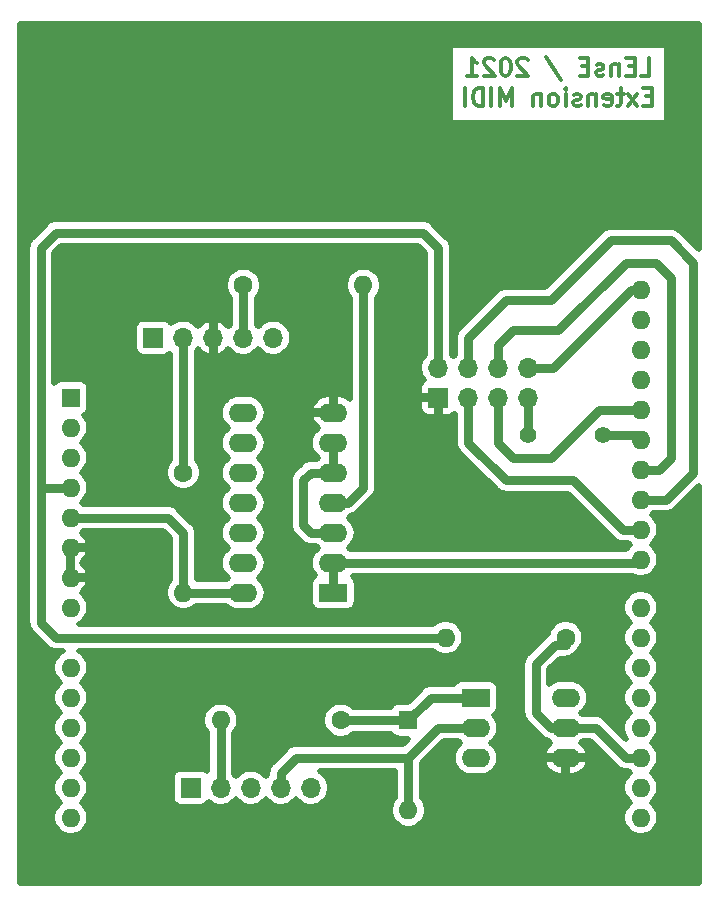
<source format=gbr>
%TF.GenerationSoftware,KiCad,Pcbnew,(5.1.6)-1*%
%TF.CreationDate,2021-11-10T22:47:38+01:00*%
%TF.ProjectId,carteExtensionMidi,63617274-6545-4787-9465-6e73696f6e4d,rev?*%
%TF.SameCoordinates,Original*%
%TF.FileFunction,Copper,L2,Bot*%
%TF.FilePolarity,Positive*%
%FSLAX46Y46*%
G04 Gerber Fmt 4.6, Leading zero omitted, Abs format (unit mm)*
G04 Created by KiCad (PCBNEW (5.1.6)-1) date 2021-11-10 22:47:38*
%MOMM*%
%LPD*%
G01*
G04 APERTURE LIST*
%TA.AperFunction,NonConductor*%
%ADD10C,0.300000*%
%TD*%
%TA.AperFunction,ComponentPad*%
%ADD11O,1.600000X1.600000*%
%TD*%
%TA.AperFunction,ComponentPad*%
%ADD12R,1.600000X1.600000*%
%TD*%
%TA.AperFunction,ComponentPad*%
%ADD13O,1.700000X1.700000*%
%TD*%
%TA.AperFunction,ComponentPad*%
%ADD14R,1.700000X1.700000*%
%TD*%
%TA.AperFunction,ComponentPad*%
%ADD15C,1.600000*%
%TD*%
%TA.AperFunction,ComponentPad*%
%ADD16R,2.400000X1.600000*%
%TD*%
%TA.AperFunction,ComponentPad*%
%ADD17O,2.400000X1.600000*%
%TD*%
%TA.AperFunction,ViaPad*%
%ADD18C,1.400000*%
%TD*%
%TA.AperFunction,Conductor*%
%ADD19C,0.750000*%
%TD*%
%TA.AperFunction,Conductor*%
%ADD20C,0.508000*%
%TD*%
G04 APERTURE END LIST*
D10*
X170159285Y-72428571D02*
X170873571Y-72428571D01*
X170873571Y-70928571D01*
X169659285Y-71642857D02*
X169159285Y-71642857D01*
X168945000Y-72428571D02*
X169659285Y-72428571D01*
X169659285Y-70928571D01*
X168945000Y-70928571D01*
X168302142Y-71428571D02*
X168302142Y-72428571D01*
X168302142Y-71571428D02*
X168230714Y-71500000D01*
X168087857Y-71428571D01*
X167873571Y-71428571D01*
X167730714Y-71500000D01*
X167659285Y-71642857D01*
X167659285Y-72428571D01*
X167016428Y-72357142D02*
X166873571Y-72428571D01*
X166587857Y-72428571D01*
X166445000Y-72357142D01*
X166373571Y-72214285D01*
X166373571Y-72142857D01*
X166445000Y-72000000D01*
X166587857Y-71928571D01*
X166802142Y-71928571D01*
X166945000Y-71857142D01*
X167016428Y-71714285D01*
X167016428Y-71642857D01*
X166945000Y-71500000D01*
X166802142Y-71428571D01*
X166587857Y-71428571D01*
X166445000Y-71500000D01*
X165730714Y-71642857D02*
X165230714Y-71642857D01*
X165016428Y-72428571D02*
X165730714Y-72428571D01*
X165730714Y-70928571D01*
X165016428Y-70928571D01*
X162159285Y-70857142D02*
X163445000Y-72785714D01*
X160587857Y-71071428D02*
X160516428Y-71000000D01*
X160373571Y-70928571D01*
X160016428Y-70928571D01*
X159873571Y-71000000D01*
X159802142Y-71071428D01*
X159730714Y-71214285D01*
X159730714Y-71357142D01*
X159802142Y-71571428D01*
X160659285Y-72428571D01*
X159730714Y-72428571D01*
X158802142Y-70928571D02*
X158659285Y-70928571D01*
X158516428Y-71000000D01*
X158445000Y-71071428D01*
X158373571Y-71214285D01*
X158302142Y-71500000D01*
X158302142Y-71857142D01*
X158373571Y-72142857D01*
X158445000Y-72285714D01*
X158516428Y-72357142D01*
X158659285Y-72428571D01*
X158802142Y-72428571D01*
X158945000Y-72357142D01*
X159016428Y-72285714D01*
X159087857Y-72142857D01*
X159159285Y-71857142D01*
X159159285Y-71500000D01*
X159087857Y-71214285D01*
X159016428Y-71071428D01*
X158945000Y-71000000D01*
X158802142Y-70928571D01*
X157730714Y-71071428D02*
X157659285Y-71000000D01*
X157516428Y-70928571D01*
X157159285Y-70928571D01*
X157016428Y-71000000D01*
X156945000Y-71071428D01*
X156873571Y-71214285D01*
X156873571Y-71357142D01*
X156945000Y-71571428D01*
X157802142Y-72428571D01*
X156873571Y-72428571D01*
X155445000Y-72428571D02*
X156302142Y-72428571D01*
X155873571Y-72428571D02*
X155873571Y-70928571D01*
X156016428Y-71142857D01*
X156159285Y-71285714D01*
X156302142Y-71357142D01*
X171087857Y-74192857D02*
X170587857Y-74192857D01*
X170373571Y-74978571D02*
X171087857Y-74978571D01*
X171087857Y-73478571D01*
X170373571Y-73478571D01*
X169873571Y-74978571D02*
X169087857Y-73978571D01*
X169873571Y-73978571D02*
X169087857Y-74978571D01*
X168730714Y-73978571D02*
X168159285Y-73978571D01*
X168516428Y-73478571D02*
X168516428Y-74764285D01*
X168445000Y-74907142D01*
X168302142Y-74978571D01*
X168159285Y-74978571D01*
X167087857Y-74907142D02*
X167230714Y-74978571D01*
X167516428Y-74978571D01*
X167659285Y-74907142D01*
X167730714Y-74764285D01*
X167730714Y-74192857D01*
X167659285Y-74050000D01*
X167516428Y-73978571D01*
X167230714Y-73978571D01*
X167087857Y-74050000D01*
X167016428Y-74192857D01*
X167016428Y-74335714D01*
X167730714Y-74478571D01*
X166373571Y-73978571D02*
X166373571Y-74978571D01*
X166373571Y-74121428D02*
X166302142Y-74050000D01*
X166159285Y-73978571D01*
X165945000Y-73978571D01*
X165802142Y-74050000D01*
X165730714Y-74192857D01*
X165730714Y-74978571D01*
X165087857Y-74907142D02*
X164945000Y-74978571D01*
X164659285Y-74978571D01*
X164516428Y-74907142D01*
X164445000Y-74764285D01*
X164445000Y-74692857D01*
X164516428Y-74550000D01*
X164659285Y-74478571D01*
X164873571Y-74478571D01*
X165016428Y-74407142D01*
X165087857Y-74264285D01*
X165087857Y-74192857D01*
X165016428Y-74050000D01*
X164873571Y-73978571D01*
X164659285Y-73978571D01*
X164516428Y-74050000D01*
X163802142Y-74978571D02*
X163802142Y-73978571D01*
X163802142Y-73478571D02*
X163873571Y-73550000D01*
X163802142Y-73621428D01*
X163730714Y-73550000D01*
X163802142Y-73478571D01*
X163802142Y-73621428D01*
X162873571Y-74978571D02*
X163016428Y-74907142D01*
X163087857Y-74835714D01*
X163159285Y-74692857D01*
X163159285Y-74264285D01*
X163087857Y-74121428D01*
X163016428Y-74050000D01*
X162873571Y-73978571D01*
X162659285Y-73978571D01*
X162516428Y-74050000D01*
X162445000Y-74121428D01*
X162373571Y-74264285D01*
X162373571Y-74692857D01*
X162445000Y-74835714D01*
X162516428Y-74907142D01*
X162659285Y-74978571D01*
X162873571Y-74978571D01*
X161730714Y-73978571D02*
X161730714Y-74978571D01*
X161730714Y-74121428D02*
X161659285Y-74050000D01*
X161516428Y-73978571D01*
X161302142Y-73978571D01*
X161159285Y-74050000D01*
X161087857Y-74192857D01*
X161087857Y-74978571D01*
X159230714Y-74978571D02*
X159230714Y-73478571D01*
X158730714Y-74550000D01*
X158230714Y-73478571D01*
X158230714Y-74978571D01*
X157516428Y-74978571D02*
X157516428Y-73478571D01*
X156802142Y-74978571D02*
X156802142Y-73478571D01*
X156445000Y-73478571D01*
X156230714Y-73550000D01*
X156087857Y-73692857D01*
X156016428Y-73835714D01*
X155945000Y-74121428D01*
X155945000Y-74335714D01*
X156016428Y-74621428D01*
X156087857Y-74764285D01*
X156230714Y-74907142D01*
X156445000Y-74978571D01*
X156802142Y-74978571D01*
X155302142Y-74978571D02*
X155302142Y-73478571D01*
D11*
%TO.P,A1,32*%
%TO.N,IRQ_nrF*%
X170180000Y-90555000D03*
%TO.P,A1,31*%
%TO.N,Net-(A1-Pad31)*%
X170180000Y-93095000D03*
D12*
%TO.P,A1,1*%
%TO.N,Net-(A1-Pad1)*%
X121920000Y-99695000D03*
D11*
%TO.P,A1,17*%
%TO.N,MIDI_IN_RX*%
X170180000Y-130175000D03*
%TO.P,A1,2*%
%TO.N,Net-(A1-Pad2)*%
X121920000Y-102235000D03*
%TO.P,A1,18*%
%TO.N,Net-(A1-Pad18)*%
X170180000Y-127635000D03*
%TO.P,A1,3*%
%TO.N,Net-(A1-Pad3)*%
X121920000Y-104775000D03*
%TO.P,A1,19*%
%TO.N,start*%
X170180000Y-125095000D03*
%TO.P,A1,4*%
%TO.N,3.3V*%
X121920000Y-107315000D03*
%TO.P,A1,20*%
%TO.N,out_s*%
X170180000Y-122555000D03*
%TO.P,A1,5*%
%TO.N,5V*%
X121920000Y-109855000D03*
%TO.P,A1,21*%
%TO.N,enable*%
X170180000Y-120015000D03*
%TO.P,A1,6*%
%TO.N,GND*%
X121920000Y-112395000D03*
%TO.P,A1,22*%
%TO.N,Net-(A1-Pad22)*%
X170180000Y-117475000D03*
%TO.P,A1,7*%
%TO.N,GND*%
X121920000Y-114935000D03*
%TO.P,A1,23*%
%TO.N,MIDI_OUT_TX*%
X170180000Y-113415000D03*
%TO.P,A1,8*%
%TO.N,Vinput*%
X121920000Y-117475000D03*
%TO.P,A1,24*%
%TO.N,CE_nrF*%
X170180000Y-110875000D03*
%TO.P,A1,9*%
%TO.N,DMX_TX*%
X121920000Y-122555000D03*
%TO.P,A1,25*%
%TO.N,CSN_nrF*%
X170180000Y-108335000D03*
%TO.P,A1,10*%
%TO.N,Net-(A1-Pad10)*%
X121920000Y-125095000D03*
%TO.P,A1,26*%
%TO.N,MOSI_nrF*%
X170180000Y-105795000D03*
%TO.P,A1,11*%
%TO.N,Net-(A1-Pad11)*%
X121920000Y-127635000D03*
%TO.P,A1,27*%
%TO.N,MISO_nrF*%
X170180000Y-103255000D03*
%TO.P,A1,12*%
%TO.N,PitchIn*%
X121920000Y-130175000D03*
%TO.P,A1,28*%
%TO.N,SCK_nrF*%
X170180000Y-100715000D03*
%TO.P,A1,13*%
%TO.N,VolumeIn_Adapt*%
X121920000Y-132715000D03*
%TO.P,A1,29*%
%TO.N,Net-(A1-Pad29)*%
X170180000Y-98175000D03*
%TO.P,A1,14*%
%TO.N,AnInR*%
X121920000Y-135255000D03*
%TO.P,A1,30*%
%TO.N,Net-(A1-Pad30)*%
X170180000Y-95635000D03*
%TO.P,A1,15*%
%TO.N,Net-(A1-Pad15)*%
X170180000Y-135255000D03*
%TO.P,A1,16*%
%TO.N,Net-(A1-Pad16)*%
X170180000Y-132715000D03*
%TD*%
D12*
%TO.P,D1,1*%
%TO.N,Net-(D1-Pad1)*%
X150495000Y-127000000D03*
D11*
%TO.P,D1,2*%
%TO.N,Net-(D1-Pad2)*%
X150495000Y-134620000D03*
%TD*%
D13*
%TO.P,J1,5*%
%TO.N,Net-(J1-Pad5)*%
X142240000Y-132715000D03*
%TO.P,J1,4*%
%TO.N,Net-(D1-Pad2)*%
X139700000Y-132715000D03*
%TO.P,J1,3*%
%TO.N,Net-(J1-Pad3)*%
X137160000Y-132715000D03*
%TO.P,J1,2*%
%TO.N,Net-(J1-Pad2)*%
X134620000Y-132715000D03*
D14*
%TO.P,J1,1*%
%TO.N,Net-(J1-Pad1)*%
X132080000Y-132715000D03*
%TD*%
%TO.P,J2,1*%
%TO.N,Net-(J2-Pad1)*%
X128905000Y-94615000D03*
D13*
%TO.P,J2,2*%
%TO.N,Net-(J2-Pad2)*%
X131445000Y-94615000D03*
%TO.P,J2,3*%
%TO.N,GND*%
X133985000Y-94615000D03*
%TO.P,J2,4*%
%TO.N,Net-(J2-Pad4)*%
X136525000Y-94615000D03*
%TO.P,J2,5*%
%TO.N,Net-(J2-Pad5)*%
X139065000Y-94615000D03*
%TD*%
D14*
%TO.P,J8,1*%
%TO.N,GND*%
X153035000Y-99695000D03*
D13*
%TO.P,J8,2*%
%TO.N,3.3V*%
X153035000Y-97155000D03*
%TO.P,J8,3*%
%TO.N,CE_nrF*%
X155575000Y-99695000D03*
%TO.P,J8,4*%
%TO.N,CSN_nrF*%
X155575000Y-97155000D03*
%TO.P,J8,5*%
%TO.N,SCK_nrF*%
X158115000Y-99695000D03*
%TO.P,J8,6*%
%TO.N,MOSI_nrF*%
X158115000Y-97155000D03*
%TO.P,J8,7*%
%TO.N,MISO_nrF*%
X160655000Y-99695000D03*
%TO.P,J8,8*%
%TO.N,IRQ_nrF*%
X160655000Y-97155000D03*
%TD*%
D15*
%TO.P,R1,1*%
%TO.N,Net-(D1-Pad1)*%
X144780000Y-127000000D03*
D11*
%TO.P,R1,2*%
%TO.N,Net-(J1-Pad2)*%
X134620000Y-127000000D03*
%TD*%
%TO.P,R2,2*%
%TO.N,3.3V*%
X153670000Y-120015000D03*
D15*
%TO.P,R2,1*%
%TO.N,MIDI_IN_RX*%
X163830000Y-120015000D03*
%TD*%
%TO.P,R3,1*%
%TO.N,Net-(J2-Pad2)*%
X131445000Y-106045000D03*
D11*
%TO.P,R3,2*%
%TO.N,5V*%
X131445000Y-116205000D03*
%TD*%
%TO.P,R4,2*%
%TO.N,Net-(R4-Pad2)*%
X146685000Y-90170000D03*
D15*
%TO.P,R4,1*%
%TO.N,Net-(J2-Pad4)*%
X136525000Y-90170000D03*
%TD*%
D16*
%TO.P,U1,1*%
%TO.N,Net-(D1-Pad1)*%
X156210000Y-125095000D03*
D17*
%TO.P,U1,4*%
%TO.N,GND*%
X163830000Y-130175000D03*
%TO.P,U1,2*%
%TO.N,Net-(D1-Pad2)*%
X156210000Y-127635000D03*
%TO.P,U1,5*%
%TO.N,MIDI_IN_RX*%
X163830000Y-127635000D03*
%TO.P,U1,3*%
%TO.N,Net-(U1-Pad3)*%
X156210000Y-130175000D03*
%TO.P,U1,6*%
%TO.N,Net-(U1-Pad6)*%
X163830000Y-125095000D03*
%TD*%
D16*
%TO.P,U2,1*%
%TO.N,MIDI_OUT_TX*%
X144145000Y-116205000D03*
D17*
%TO.P,U2,8*%
%TO.N,N/C*%
X136525000Y-100965000D03*
%TO.P,U2,2*%
%TO.N,MIDI_OUT_TX*%
X144145000Y-113665000D03*
%TO.P,U2,9*%
%TO.N,N/C*%
X136525000Y-103505000D03*
%TO.P,U2,3*%
%TO.N,Net-(U2-Pad3)*%
X144145000Y-111125000D03*
%TO.P,U2,10*%
%TO.N,N/C*%
X136525000Y-106045000D03*
%TO.P,U2,4*%
%TO.N,Net-(R4-Pad2)*%
X144145000Y-108585000D03*
%TO.P,U2,11*%
%TO.N,N/C*%
X136525000Y-108585000D03*
%TO.P,U2,5*%
%TO.N,Net-(U2-Pad3)*%
X144145000Y-106045000D03*
%TO.P,U2,12*%
%TO.N,N/C*%
X136525000Y-111125000D03*
%TO.P,U2,6*%
%TO.N,Net-(U2-Pad3)*%
X144145000Y-103505000D03*
%TO.P,U2,13*%
%TO.N,N/C*%
X136525000Y-113665000D03*
%TO.P,U2,7*%
%TO.N,GND*%
X144145000Y-100965000D03*
%TO.P,U2,14*%
%TO.N,5V*%
X136525000Y-116205000D03*
%TD*%
D18*
%TO.N,MISO_nrF*%
X160655000Y-102870000D03*
X167005000Y-102870000D03*
%TD*%
D19*
%TO.N,MIDI_IN_RX*%
X163830000Y-127635000D02*
X166370000Y-127635000D01*
X168910000Y-130175000D02*
X170180000Y-130175000D01*
X166370000Y-127635000D02*
X168910000Y-130175000D01*
X162877500Y-120650000D02*
X163830000Y-120650000D01*
X161290000Y-122237500D02*
X162877500Y-120650000D01*
X161290000Y-126365000D02*
X161290000Y-122237500D01*
X163830000Y-127635000D02*
X162560000Y-127635000D01*
X162560000Y-127635000D02*
X161290000Y-126365000D01*
%TO.N,3.3V*%
X153670000Y-120015000D02*
X120650000Y-120015000D01*
X119380000Y-118745000D02*
X119380000Y-107315000D01*
X120650000Y-120015000D02*
X119380000Y-118745000D01*
X119380000Y-107315000D02*
X121920000Y-107315000D01*
X120650000Y-85725000D02*
X119380000Y-86995000D01*
X119380000Y-86995000D02*
X119380000Y-107315000D01*
X153035000Y-86995000D02*
X151765000Y-85725000D01*
X153035000Y-97155000D02*
X153035000Y-86995000D01*
X151765000Y-85725000D02*
X120650000Y-85725000D01*
%TO.N,5V*%
X121920000Y-109855000D02*
X130175000Y-109855000D01*
X131445000Y-111125000D02*
X131445000Y-116205000D01*
X130175000Y-109855000D02*
X131445000Y-111125000D01*
X136525000Y-116205000D02*
X131445000Y-116205000D01*
%TO.N,CE_nrF*%
X168660000Y-110875000D02*
X170180000Y-110875000D01*
X164465000Y-106680000D02*
X168660000Y-110875000D01*
X158750000Y-106680000D02*
X164465000Y-106680000D01*
X155575000Y-99695000D02*
X155575000Y-103505000D01*
X155575000Y-103505000D02*
X158750000Y-106680000D01*
%TO.N,MIDI_OUT_TX*%
X169930000Y-113665000D02*
X170180000Y-113415000D01*
X144145000Y-113665000D02*
X169930000Y-113665000D01*
X144145000Y-116205000D02*
X144145000Y-113665000D01*
%TO.N,CSN_nrF*%
X155575000Y-94615000D02*
X155575000Y-97155000D01*
X162560000Y-91440000D02*
X158750000Y-91440000D01*
X170180000Y-108335000D02*
X172335000Y-108335000D01*
X167640000Y-86360000D02*
X162560000Y-91440000D01*
X174625000Y-106045000D02*
X174625000Y-88265000D01*
X158750000Y-91440000D02*
X155575000Y-94615000D01*
X172335000Y-108335000D02*
X174625000Y-106045000D01*
X174625000Y-88265000D02*
X172720000Y-86360000D01*
X172720000Y-86360000D02*
X167640000Y-86360000D01*
%TO.N,IRQ_nrF*%
X162752500Y-97155000D02*
X160655000Y-97155000D01*
X170180000Y-90555000D02*
X169352500Y-90555000D01*
X169352500Y-90555000D02*
X162752500Y-97155000D01*
%TO.N,MOSI_nrF*%
X158115000Y-95250000D02*
X158115000Y-97155000D01*
X159385000Y-93980000D02*
X158115000Y-95250000D01*
X163195000Y-93980000D02*
X159385000Y-93980000D01*
X168910000Y-88265000D02*
X163195000Y-93980000D01*
X172720000Y-89535000D02*
X171450000Y-88265000D01*
X171450000Y-88265000D02*
X168910000Y-88265000D01*
X170180000Y-105795000D02*
X171700000Y-105795000D01*
X171700000Y-105795000D02*
X172720000Y-104775000D01*
X172720000Y-104775000D02*
X172720000Y-89535000D01*
%TO.N,MISO_nrF*%
X160655000Y-102870000D02*
X160655000Y-99695000D01*
X169795000Y-102870000D02*
X170180000Y-103255000D01*
X167005000Y-102870000D02*
X169795000Y-102870000D01*
%TO.N,SCK_nrF*%
X166620000Y-100715000D02*
X162560000Y-104775000D01*
X158115000Y-103505000D02*
X158115000Y-99695000D01*
X159385000Y-104775000D02*
X158115000Y-103505000D01*
X170180000Y-100715000D02*
X166620000Y-100715000D01*
X162560000Y-104775000D02*
X159385000Y-104775000D01*
%TO.N,Net-(D1-Pad1)*%
X144780000Y-127000000D02*
X150495000Y-127000000D01*
X150495000Y-127000000D02*
X152400000Y-125095000D01*
X152400000Y-125095000D02*
X156210000Y-125095000D01*
%TO.N,Net-(D1-Pad2)*%
X140970000Y-130175000D02*
X149225000Y-130175000D01*
X139700000Y-132715000D02*
X139700000Y-131445000D01*
X139700000Y-131445000D02*
X140970000Y-130175000D01*
X156210000Y-127635000D02*
X153035000Y-127635000D01*
X150495000Y-130175000D02*
X149225000Y-130175000D01*
X153035000Y-127635000D02*
X150495000Y-130175000D01*
X150495000Y-130175000D02*
X150495000Y-134620000D01*
%TO.N,Net-(J1-Pad2)*%
X134620000Y-127000000D02*
X134620000Y-132715000D01*
%TO.N,Net-(J2-Pad2)*%
X131445000Y-106045000D02*
X131445000Y-94615000D01*
%TO.N,Net-(J2-Pad4)*%
X136525000Y-94615000D02*
X136525000Y-90170000D01*
%TO.N,Net-(R4-Pad2)*%
X145415000Y-108585000D02*
X144145000Y-108585000D01*
X146685000Y-90170000D02*
X146685000Y-107315000D01*
X146685000Y-107315000D02*
X145415000Y-108585000D01*
%TO.N,Net-(U2-Pad3)*%
X144145000Y-111125000D02*
X142240000Y-111125000D01*
X142240000Y-111125000D02*
X141605000Y-110490000D01*
X141605000Y-110490000D02*
X141605000Y-106680000D01*
X142240000Y-106045000D02*
X144145000Y-106045000D01*
X141605000Y-106680000D02*
X142240000Y-106045000D01*
X144145000Y-103505000D02*
X144145000Y-106045000D01*
%TD*%
D20*
%TO.N,GND*%
G36*
X175108001Y-87140041D02*
G01*
X173563477Y-85595517D01*
X173527870Y-85552130D01*
X173354740Y-85410045D01*
X173157216Y-85304467D01*
X172942891Y-85239452D01*
X172775852Y-85223000D01*
X172775844Y-85223000D01*
X172720000Y-85217500D01*
X172664156Y-85223000D01*
X167695844Y-85223000D01*
X167640000Y-85217500D01*
X167584155Y-85223000D01*
X167584148Y-85223000D01*
X167417109Y-85239452D01*
X167202783Y-85304467D01*
X167133981Y-85341243D01*
X167005260Y-85410045D01*
X166832130Y-85552130D01*
X166796527Y-85595512D01*
X162089040Y-90303000D01*
X158805844Y-90303000D01*
X158749999Y-90297500D01*
X158694155Y-90303000D01*
X158694148Y-90303000D01*
X158527109Y-90319452D01*
X158312784Y-90384467D01*
X158115260Y-90490045D01*
X157942130Y-90632130D01*
X157906527Y-90675512D01*
X154810517Y-93771523D01*
X154767130Y-93807130D01*
X154625045Y-93980260D01*
X154519467Y-94177785D01*
X154454452Y-94392110D01*
X154438000Y-94559149D01*
X154438000Y-94559156D01*
X154432500Y-94615000D01*
X154438000Y-94670845D01*
X154438001Y-96012287D01*
X154322878Y-96127410D01*
X154305000Y-96154166D01*
X154287122Y-96127410D01*
X154172000Y-96012288D01*
X154172000Y-87050844D01*
X154177500Y-86994999D01*
X154172000Y-86939155D01*
X154172000Y-86939148D01*
X154155548Y-86772109D01*
X154090533Y-86557784D01*
X153984955Y-86360260D01*
X153842870Y-86187130D01*
X153799488Y-86151527D01*
X152608477Y-84960517D01*
X152572870Y-84917130D01*
X152399740Y-84775045D01*
X152202216Y-84669467D01*
X151987891Y-84604452D01*
X151820852Y-84588000D01*
X151820844Y-84588000D01*
X151765000Y-84582500D01*
X151709156Y-84588000D01*
X120705844Y-84588000D01*
X120649999Y-84582500D01*
X120594155Y-84588000D01*
X120594148Y-84588000D01*
X120427109Y-84604452D01*
X120212784Y-84669467D01*
X120015260Y-84775045D01*
X119842130Y-84917130D01*
X119806527Y-84960512D01*
X118615517Y-86151523D01*
X118572130Y-86187130D01*
X118430045Y-86360260D01*
X118324467Y-86557785D01*
X118259452Y-86772110D01*
X118243000Y-86939149D01*
X118243000Y-86939156D01*
X118237500Y-86995000D01*
X118243000Y-87050844D01*
X118243001Y-107259138D01*
X118237499Y-107315000D01*
X118243001Y-107370862D01*
X118243000Y-118689156D01*
X118237500Y-118745000D01*
X118243000Y-118800844D01*
X118243000Y-118800851D01*
X118259452Y-118967890D01*
X118324467Y-119182215D01*
X118430045Y-119379740D01*
X118572130Y-119552870D01*
X118615517Y-119588477D01*
X119806527Y-120779488D01*
X119842130Y-120822870D01*
X120015260Y-120964955D01*
X120212784Y-121070533D01*
X120427109Y-121135548D01*
X120594148Y-121152000D01*
X120594155Y-121152000D01*
X120649999Y-121157500D01*
X120705844Y-121152000D01*
X121225437Y-121152000D01*
X121180115Y-121170773D01*
X120924283Y-121341715D01*
X120706715Y-121559283D01*
X120535773Y-121815115D01*
X120418027Y-122099381D01*
X120358000Y-122401156D01*
X120358000Y-122708844D01*
X120418027Y-123010619D01*
X120535773Y-123294885D01*
X120706715Y-123550717D01*
X120924283Y-123768285D01*
X121009163Y-123825000D01*
X120924283Y-123881715D01*
X120706715Y-124099283D01*
X120535773Y-124355115D01*
X120418027Y-124639381D01*
X120358000Y-124941156D01*
X120358000Y-125248844D01*
X120418027Y-125550619D01*
X120535773Y-125834885D01*
X120706715Y-126090717D01*
X120924283Y-126308285D01*
X121009163Y-126365000D01*
X120924283Y-126421715D01*
X120706715Y-126639283D01*
X120535773Y-126895115D01*
X120418027Y-127179381D01*
X120358000Y-127481156D01*
X120358000Y-127788844D01*
X120418027Y-128090619D01*
X120535773Y-128374885D01*
X120706715Y-128630717D01*
X120924283Y-128848285D01*
X121009163Y-128905000D01*
X120924283Y-128961715D01*
X120706715Y-129179283D01*
X120535773Y-129435115D01*
X120418027Y-129719381D01*
X120358000Y-130021156D01*
X120358000Y-130328844D01*
X120418027Y-130630619D01*
X120535773Y-130914885D01*
X120706715Y-131170717D01*
X120924283Y-131388285D01*
X121009163Y-131445000D01*
X120924283Y-131501715D01*
X120706715Y-131719283D01*
X120535773Y-131975115D01*
X120418027Y-132259381D01*
X120358000Y-132561156D01*
X120358000Y-132868844D01*
X120418027Y-133170619D01*
X120535773Y-133454885D01*
X120706715Y-133710717D01*
X120924283Y-133928285D01*
X121009163Y-133985000D01*
X120924283Y-134041715D01*
X120706715Y-134259283D01*
X120535773Y-134515115D01*
X120418027Y-134799381D01*
X120358000Y-135101156D01*
X120358000Y-135408844D01*
X120418027Y-135710619D01*
X120535773Y-135994885D01*
X120706715Y-136250717D01*
X120924283Y-136468285D01*
X121180115Y-136639227D01*
X121464381Y-136756973D01*
X121766156Y-136817000D01*
X122073844Y-136817000D01*
X122375619Y-136756973D01*
X122659885Y-136639227D01*
X122915717Y-136468285D01*
X123133285Y-136250717D01*
X123304227Y-135994885D01*
X123421973Y-135710619D01*
X123482000Y-135408844D01*
X123482000Y-135101156D01*
X123421973Y-134799381D01*
X123304227Y-134515115D01*
X123133285Y-134259283D01*
X122915717Y-134041715D01*
X122830837Y-133985000D01*
X122915717Y-133928285D01*
X123133285Y-133710717D01*
X123304227Y-133454885D01*
X123421973Y-133170619D01*
X123482000Y-132868844D01*
X123482000Y-132561156D01*
X123421973Y-132259381D01*
X123304227Y-131975115D01*
X123230651Y-131865000D01*
X130464314Y-131865000D01*
X130464314Y-133565000D01*
X130479026Y-133714378D01*
X130522598Y-133858015D01*
X130593355Y-133990392D01*
X130688578Y-134106422D01*
X130804608Y-134201645D01*
X130936985Y-134272402D01*
X131080622Y-134315974D01*
X131230000Y-134330686D01*
X132930000Y-134330686D01*
X133079378Y-134315974D01*
X133223015Y-134272402D01*
X133355392Y-134201645D01*
X133471422Y-134106422D01*
X133566645Y-133990392D01*
X133583725Y-133958437D01*
X133592410Y-133967122D01*
X133856432Y-134143536D01*
X134149797Y-134265052D01*
X134461232Y-134327000D01*
X134778768Y-134327000D01*
X135090203Y-134265052D01*
X135383568Y-134143536D01*
X135647590Y-133967122D01*
X135872122Y-133742590D01*
X135890000Y-133715834D01*
X135907878Y-133742590D01*
X136132410Y-133967122D01*
X136396432Y-134143536D01*
X136689797Y-134265052D01*
X137001232Y-134327000D01*
X137318768Y-134327000D01*
X137630203Y-134265052D01*
X137923568Y-134143536D01*
X138187590Y-133967122D01*
X138412122Y-133742590D01*
X138430000Y-133715834D01*
X138447878Y-133742590D01*
X138672410Y-133967122D01*
X138936432Y-134143536D01*
X139229797Y-134265052D01*
X139541232Y-134327000D01*
X139858768Y-134327000D01*
X140170203Y-134265052D01*
X140463568Y-134143536D01*
X140727590Y-133967122D01*
X140952122Y-133742590D01*
X140970000Y-133715834D01*
X140987878Y-133742590D01*
X141212410Y-133967122D01*
X141476432Y-134143536D01*
X141769797Y-134265052D01*
X142081232Y-134327000D01*
X142398768Y-134327000D01*
X142710203Y-134265052D01*
X143003568Y-134143536D01*
X143267590Y-133967122D01*
X143492122Y-133742590D01*
X143668536Y-133478568D01*
X143790052Y-133185203D01*
X143852000Y-132873768D01*
X143852000Y-132556232D01*
X143790052Y-132244797D01*
X143668536Y-131951432D01*
X143492122Y-131687410D01*
X143267590Y-131462878D01*
X143041785Y-131312000D01*
X149358000Y-131312000D01*
X149358001Y-133547997D01*
X149281715Y-133624283D01*
X149110773Y-133880115D01*
X148993027Y-134164381D01*
X148933000Y-134466156D01*
X148933000Y-134773844D01*
X148993027Y-135075619D01*
X149110773Y-135359885D01*
X149281715Y-135615717D01*
X149499283Y-135833285D01*
X149755115Y-136004227D01*
X150039381Y-136121973D01*
X150341156Y-136182000D01*
X150648844Y-136182000D01*
X150950619Y-136121973D01*
X151234885Y-136004227D01*
X151490717Y-135833285D01*
X151708285Y-135615717D01*
X151879227Y-135359885D01*
X151996973Y-135075619D01*
X152057000Y-134773844D01*
X152057000Y-134466156D01*
X151996973Y-134164381D01*
X151879227Y-133880115D01*
X151708285Y-133624283D01*
X151632000Y-133547998D01*
X151632000Y-130645960D01*
X153505961Y-128772000D01*
X154733246Y-128772000D01*
X154895306Y-128905000D01*
X154700156Y-129065156D01*
X154504961Y-129303001D01*
X154359918Y-129574357D01*
X154270602Y-129868795D01*
X154240443Y-130175000D01*
X154270602Y-130481205D01*
X154359918Y-130775643D01*
X154504961Y-131046999D01*
X154700156Y-131284844D01*
X154938001Y-131480039D01*
X155209357Y-131625082D01*
X155503795Y-131714398D01*
X155733274Y-131737000D01*
X156686726Y-131737000D01*
X156916205Y-131714398D01*
X157210643Y-131625082D01*
X157481999Y-131480039D01*
X157719844Y-131284844D01*
X157915039Y-131046999D01*
X158060082Y-130775643D01*
X158132131Y-130538127D01*
X161910796Y-130538127D01*
X161940595Y-130660961D01*
X162064020Y-130942192D01*
X162239939Y-131193940D01*
X162461591Y-131406531D01*
X162720459Y-131571795D01*
X163006594Y-131683381D01*
X163309000Y-131737000D01*
X163709000Y-131737000D01*
X163709000Y-130296000D01*
X163951000Y-130296000D01*
X163951000Y-131737000D01*
X164351000Y-131737000D01*
X164653406Y-131683381D01*
X164939541Y-131571795D01*
X165198409Y-131406531D01*
X165420061Y-131193940D01*
X165595980Y-130942192D01*
X165719405Y-130660961D01*
X165749204Y-130538127D01*
X165596152Y-130296000D01*
X163951000Y-130296000D01*
X163709000Y-130296000D01*
X162063848Y-130296000D01*
X161910796Y-130538127D01*
X158132131Y-130538127D01*
X158149398Y-130481205D01*
X158179557Y-130175000D01*
X158149398Y-129868795D01*
X158060082Y-129574357D01*
X157915039Y-129303001D01*
X157719844Y-129065156D01*
X157524694Y-128905000D01*
X157719844Y-128744844D01*
X157915039Y-128506999D01*
X158060082Y-128235643D01*
X158149398Y-127941205D01*
X158179557Y-127635000D01*
X158149398Y-127328795D01*
X158060082Y-127034357D01*
X157915039Y-126763001D01*
X157758777Y-126572596D01*
X157835392Y-126531645D01*
X157951422Y-126436422D01*
X158046645Y-126320392D01*
X158117402Y-126188015D01*
X158160974Y-126044378D01*
X158175686Y-125895000D01*
X158175686Y-124295000D01*
X158160974Y-124145622D01*
X158117402Y-124001985D01*
X158046645Y-123869608D01*
X157951422Y-123753578D01*
X157835392Y-123658355D01*
X157703015Y-123587598D01*
X157559378Y-123544026D01*
X157410000Y-123529314D01*
X155010000Y-123529314D01*
X154860622Y-123544026D01*
X154716985Y-123587598D01*
X154584608Y-123658355D01*
X154468578Y-123753578D01*
X154373355Y-123869608D01*
X154326108Y-123958000D01*
X152455844Y-123958000D01*
X152400000Y-123952500D01*
X152344155Y-123958000D01*
X152344148Y-123958000D01*
X152177109Y-123974452D01*
X151962783Y-124039467D01*
X151930032Y-124056973D01*
X151765260Y-124145045D01*
X151592130Y-124287130D01*
X151556523Y-124330517D01*
X150452726Y-125434314D01*
X149695000Y-125434314D01*
X149545622Y-125449026D01*
X149401985Y-125492598D01*
X149269608Y-125563355D01*
X149153578Y-125658578D01*
X149058355Y-125774608D01*
X149011108Y-125863000D01*
X145852002Y-125863000D01*
X145775717Y-125786715D01*
X145519885Y-125615773D01*
X145235619Y-125498027D01*
X144933844Y-125438000D01*
X144626156Y-125438000D01*
X144324381Y-125498027D01*
X144040115Y-125615773D01*
X143784283Y-125786715D01*
X143566715Y-126004283D01*
X143395773Y-126260115D01*
X143278027Y-126544381D01*
X143218000Y-126846156D01*
X143218000Y-127153844D01*
X143278027Y-127455619D01*
X143395773Y-127739885D01*
X143566715Y-127995717D01*
X143784283Y-128213285D01*
X144040115Y-128384227D01*
X144324381Y-128501973D01*
X144626156Y-128562000D01*
X144933844Y-128562000D01*
X145235619Y-128501973D01*
X145519885Y-128384227D01*
X145775717Y-128213285D01*
X145852002Y-128137000D01*
X149011108Y-128137000D01*
X149058355Y-128225392D01*
X149153578Y-128341422D01*
X149269608Y-128436645D01*
X149401985Y-128507402D01*
X149545622Y-128550974D01*
X149695000Y-128565686D01*
X150496354Y-128565686D01*
X150024040Y-129038000D01*
X141025844Y-129038000D01*
X140969999Y-129032500D01*
X140914155Y-129038000D01*
X140914148Y-129038000D01*
X140747109Y-129054452D01*
X140532784Y-129119467D01*
X140335260Y-129225045D01*
X140162130Y-129367130D01*
X140126527Y-129410512D01*
X138935512Y-130601528D01*
X138892131Y-130637130D01*
X138750046Y-130810260D01*
X138644467Y-131007784D01*
X138579452Y-131222109D01*
X138563000Y-131389148D01*
X138563000Y-131389156D01*
X138557500Y-131445000D01*
X138563000Y-131500844D01*
X138563000Y-131572288D01*
X138447878Y-131687410D01*
X138430000Y-131714166D01*
X138412122Y-131687410D01*
X138187590Y-131462878D01*
X137923568Y-131286464D01*
X137630203Y-131164948D01*
X137318768Y-131103000D01*
X137001232Y-131103000D01*
X136689797Y-131164948D01*
X136396432Y-131286464D01*
X136132410Y-131462878D01*
X135907878Y-131687410D01*
X135890000Y-131714166D01*
X135872122Y-131687410D01*
X135757000Y-131572288D01*
X135757000Y-128072002D01*
X135833285Y-127995717D01*
X136004227Y-127739885D01*
X136121973Y-127455619D01*
X136182000Y-127153844D01*
X136182000Y-126846156D01*
X136121973Y-126544381D01*
X136004227Y-126260115D01*
X135833285Y-126004283D01*
X135615717Y-125786715D01*
X135359885Y-125615773D01*
X135075619Y-125498027D01*
X134773844Y-125438000D01*
X134466156Y-125438000D01*
X134164381Y-125498027D01*
X133880115Y-125615773D01*
X133624283Y-125786715D01*
X133406715Y-126004283D01*
X133235773Y-126260115D01*
X133118027Y-126544381D01*
X133058000Y-126846156D01*
X133058000Y-127153844D01*
X133118027Y-127455619D01*
X133235773Y-127739885D01*
X133406715Y-127995717D01*
X133483000Y-128072002D01*
X133483001Y-131337687D01*
X133471422Y-131323578D01*
X133355392Y-131228355D01*
X133223015Y-131157598D01*
X133079378Y-131114026D01*
X132930000Y-131099314D01*
X131230000Y-131099314D01*
X131080622Y-131114026D01*
X130936985Y-131157598D01*
X130804608Y-131228355D01*
X130688578Y-131323578D01*
X130593355Y-131439608D01*
X130522598Y-131571985D01*
X130479026Y-131715622D01*
X130464314Y-131865000D01*
X123230651Y-131865000D01*
X123133285Y-131719283D01*
X122915717Y-131501715D01*
X122830837Y-131445000D01*
X122915717Y-131388285D01*
X123133285Y-131170717D01*
X123304227Y-130914885D01*
X123421973Y-130630619D01*
X123482000Y-130328844D01*
X123482000Y-130021156D01*
X123421973Y-129719381D01*
X123304227Y-129435115D01*
X123133285Y-129179283D01*
X122915717Y-128961715D01*
X122830837Y-128905000D01*
X122915717Y-128848285D01*
X123133285Y-128630717D01*
X123304227Y-128374885D01*
X123421973Y-128090619D01*
X123482000Y-127788844D01*
X123482000Y-127481156D01*
X123421973Y-127179381D01*
X123304227Y-126895115D01*
X123133285Y-126639283D01*
X122915717Y-126421715D01*
X122830837Y-126365000D01*
X122915717Y-126308285D01*
X123133285Y-126090717D01*
X123304227Y-125834885D01*
X123421973Y-125550619D01*
X123482000Y-125248844D01*
X123482000Y-124941156D01*
X123421973Y-124639381D01*
X123304227Y-124355115D01*
X123133285Y-124099283D01*
X122915717Y-123881715D01*
X122830837Y-123825000D01*
X122915717Y-123768285D01*
X123133285Y-123550717D01*
X123304227Y-123294885D01*
X123421973Y-123010619D01*
X123482000Y-122708844D01*
X123482000Y-122401156D01*
X123449447Y-122237500D01*
X160147500Y-122237500D01*
X160153001Y-122293354D01*
X160153000Y-126309155D01*
X160147500Y-126365000D01*
X160153000Y-126420844D01*
X160153000Y-126420851D01*
X160169452Y-126587890D01*
X160234467Y-126802215D01*
X160340045Y-126999740D01*
X160482130Y-127172870D01*
X160525517Y-127208477D01*
X161716526Y-128399487D01*
X161752130Y-128442870D01*
X161925260Y-128584955D01*
X162122784Y-128690533D01*
X162330906Y-128753666D01*
X162518169Y-128907349D01*
X162461591Y-128943469D01*
X162239939Y-129156060D01*
X162064020Y-129407808D01*
X161940595Y-129689039D01*
X161910796Y-129811873D01*
X162063848Y-130054000D01*
X163709000Y-130054000D01*
X163709000Y-130034000D01*
X163951000Y-130034000D01*
X163951000Y-130054000D01*
X165596152Y-130054000D01*
X165749204Y-129811873D01*
X165719405Y-129689039D01*
X165595980Y-129407808D01*
X165420061Y-129156060D01*
X165198409Y-128943469D01*
X165141831Y-128907349D01*
X165306754Y-128772000D01*
X165899040Y-128772000D01*
X168066527Y-130939488D01*
X168102130Y-130982870D01*
X168275260Y-131124955D01*
X168472784Y-131230533D01*
X168687109Y-131295548D01*
X168854148Y-131312000D01*
X168854155Y-131312000D01*
X168909999Y-131317500D01*
X168965844Y-131312000D01*
X169107998Y-131312000D01*
X169184283Y-131388285D01*
X169269163Y-131445000D01*
X169184283Y-131501715D01*
X168966715Y-131719283D01*
X168795773Y-131975115D01*
X168678027Y-132259381D01*
X168618000Y-132561156D01*
X168618000Y-132868844D01*
X168678027Y-133170619D01*
X168795773Y-133454885D01*
X168966715Y-133710717D01*
X169184283Y-133928285D01*
X169269163Y-133985000D01*
X169184283Y-134041715D01*
X168966715Y-134259283D01*
X168795773Y-134515115D01*
X168678027Y-134799381D01*
X168618000Y-135101156D01*
X168618000Y-135408844D01*
X168678027Y-135710619D01*
X168795773Y-135994885D01*
X168966715Y-136250717D01*
X169184283Y-136468285D01*
X169440115Y-136639227D01*
X169724381Y-136756973D01*
X170026156Y-136817000D01*
X170333844Y-136817000D01*
X170635619Y-136756973D01*
X170919885Y-136639227D01*
X171175717Y-136468285D01*
X171393285Y-136250717D01*
X171564227Y-135994885D01*
X171681973Y-135710619D01*
X171742000Y-135408844D01*
X171742000Y-135101156D01*
X171681973Y-134799381D01*
X171564227Y-134515115D01*
X171393285Y-134259283D01*
X171175717Y-134041715D01*
X171090837Y-133985000D01*
X171175717Y-133928285D01*
X171393285Y-133710717D01*
X171564227Y-133454885D01*
X171681973Y-133170619D01*
X171742000Y-132868844D01*
X171742000Y-132561156D01*
X171681973Y-132259381D01*
X171564227Y-131975115D01*
X171393285Y-131719283D01*
X171175717Y-131501715D01*
X171090837Y-131445000D01*
X171175717Y-131388285D01*
X171393285Y-131170717D01*
X171564227Y-130914885D01*
X171681973Y-130630619D01*
X171742000Y-130328844D01*
X171742000Y-130021156D01*
X171681973Y-129719381D01*
X171564227Y-129435115D01*
X171393285Y-129179283D01*
X171175717Y-128961715D01*
X171090837Y-128905000D01*
X171175717Y-128848285D01*
X171393285Y-128630717D01*
X171564227Y-128374885D01*
X171681973Y-128090619D01*
X171742000Y-127788844D01*
X171742000Y-127481156D01*
X171681973Y-127179381D01*
X171564227Y-126895115D01*
X171393285Y-126639283D01*
X171175717Y-126421715D01*
X171090837Y-126365000D01*
X171175717Y-126308285D01*
X171393285Y-126090717D01*
X171564227Y-125834885D01*
X171681973Y-125550619D01*
X171742000Y-125248844D01*
X171742000Y-124941156D01*
X171681973Y-124639381D01*
X171564227Y-124355115D01*
X171393285Y-124099283D01*
X171175717Y-123881715D01*
X171090837Y-123825000D01*
X171175717Y-123768285D01*
X171393285Y-123550717D01*
X171564227Y-123294885D01*
X171681973Y-123010619D01*
X171742000Y-122708844D01*
X171742000Y-122401156D01*
X171681973Y-122099381D01*
X171564227Y-121815115D01*
X171393285Y-121559283D01*
X171175717Y-121341715D01*
X171090837Y-121285000D01*
X171175717Y-121228285D01*
X171393285Y-121010717D01*
X171564227Y-120754885D01*
X171681973Y-120470619D01*
X171742000Y-120168844D01*
X171742000Y-119861156D01*
X171681973Y-119559381D01*
X171564227Y-119275115D01*
X171393285Y-119019283D01*
X171175717Y-118801715D01*
X171090837Y-118745000D01*
X171175717Y-118688285D01*
X171393285Y-118470717D01*
X171564227Y-118214885D01*
X171681973Y-117930619D01*
X171742000Y-117628844D01*
X171742000Y-117321156D01*
X171681973Y-117019381D01*
X171564227Y-116735115D01*
X171393285Y-116479283D01*
X171175717Y-116261715D01*
X170919885Y-116090773D01*
X170635619Y-115973027D01*
X170333844Y-115913000D01*
X170026156Y-115913000D01*
X169724381Y-115973027D01*
X169440115Y-116090773D01*
X169184283Y-116261715D01*
X168966715Y-116479283D01*
X168795773Y-116735115D01*
X168678027Y-117019381D01*
X168618000Y-117321156D01*
X168618000Y-117628844D01*
X168678027Y-117930619D01*
X168795773Y-118214885D01*
X168966715Y-118470717D01*
X169184283Y-118688285D01*
X169269163Y-118745000D01*
X169184283Y-118801715D01*
X168966715Y-119019283D01*
X168795773Y-119275115D01*
X168678027Y-119559381D01*
X168618000Y-119861156D01*
X168618000Y-120168844D01*
X168678027Y-120470619D01*
X168795773Y-120754885D01*
X168966715Y-121010717D01*
X169184283Y-121228285D01*
X169269163Y-121285000D01*
X169184283Y-121341715D01*
X168966715Y-121559283D01*
X168795773Y-121815115D01*
X168678027Y-122099381D01*
X168618000Y-122401156D01*
X168618000Y-122708844D01*
X168678027Y-123010619D01*
X168795773Y-123294885D01*
X168966715Y-123550717D01*
X169184283Y-123768285D01*
X169269163Y-123825000D01*
X169184283Y-123881715D01*
X168966715Y-124099283D01*
X168795773Y-124355115D01*
X168678027Y-124639381D01*
X168618000Y-124941156D01*
X168618000Y-125248844D01*
X168678027Y-125550619D01*
X168795773Y-125834885D01*
X168966715Y-126090717D01*
X169184283Y-126308285D01*
X169269163Y-126365000D01*
X169184283Y-126421715D01*
X168966715Y-126639283D01*
X168795773Y-126895115D01*
X168678027Y-127179381D01*
X168618000Y-127481156D01*
X168618000Y-127788844D01*
X168678027Y-128090619D01*
X168795773Y-128374885D01*
X168952694Y-128609734D01*
X167213477Y-126870517D01*
X167177870Y-126827130D01*
X167004740Y-126685045D01*
X166807216Y-126579467D01*
X166592891Y-126514452D01*
X166425852Y-126498000D01*
X166425844Y-126498000D01*
X166370000Y-126492500D01*
X166314156Y-126498000D01*
X165306754Y-126498000D01*
X165144694Y-126365000D01*
X165339844Y-126204844D01*
X165535039Y-125966999D01*
X165680082Y-125695643D01*
X165769398Y-125401205D01*
X165799557Y-125095000D01*
X165769398Y-124788795D01*
X165680082Y-124494357D01*
X165535039Y-124223001D01*
X165339844Y-123985156D01*
X165101999Y-123789961D01*
X164830643Y-123644918D01*
X164536205Y-123555602D01*
X164306726Y-123533000D01*
X163353274Y-123533000D01*
X163123795Y-123555602D01*
X162829357Y-123644918D01*
X162558001Y-123789961D01*
X162427000Y-123897471D01*
X162427000Y-122708460D01*
X163348461Y-121787000D01*
X163885852Y-121787000D01*
X164052891Y-121770548D01*
X164267216Y-121705533D01*
X164464740Y-121599955D01*
X164637870Y-121457870D01*
X164779955Y-121284740D01*
X164801471Y-121244485D01*
X164825717Y-121228285D01*
X165043285Y-121010717D01*
X165214227Y-120754885D01*
X165331973Y-120470619D01*
X165392000Y-120168844D01*
X165392000Y-119861156D01*
X165331973Y-119559381D01*
X165214227Y-119275115D01*
X165043285Y-119019283D01*
X164825717Y-118801715D01*
X164569885Y-118630773D01*
X164285619Y-118513027D01*
X163983844Y-118453000D01*
X163676156Y-118453000D01*
X163374381Y-118513027D01*
X163090115Y-118630773D01*
X162834283Y-118801715D01*
X162616715Y-119019283D01*
X162445773Y-119275115D01*
X162328027Y-119559381D01*
X162306862Y-119665782D01*
X162242760Y-119700045D01*
X162069630Y-119842130D01*
X162034027Y-119885512D01*
X160525512Y-121394028D01*
X160482131Y-121429630D01*
X160340046Y-121602760D01*
X160285113Y-121705533D01*
X160234468Y-121800284D01*
X160169452Y-122014610D01*
X160147500Y-122237500D01*
X123449447Y-122237500D01*
X123421973Y-122099381D01*
X123304227Y-121815115D01*
X123133285Y-121559283D01*
X122915717Y-121341715D01*
X122659885Y-121170773D01*
X122614563Y-121152000D01*
X152597998Y-121152000D01*
X152674283Y-121228285D01*
X152930115Y-121399227D01*
X153214381Y-121516973D01*
X153516156Y-121577000D01*
X153823844Y-121577000D01*
X154125619Y-121516973D01*
X154409885Y-121399227D01*
X154665717Y-121228285D01*
X154883285Y-121010717D01*
X155054227Y-120754885D01*
X155171973Y-120470619D01*
X155232000Y-120168844D01*
X155232000Y-119861156D01*
X155171973Y-119559381D01*
X155054227Y-119275115D01*
X154883285Y-119019283D01*
X154665717Y-118801715D01*
X154409885Y-118630773D01*
X154125619Y-118513027D01*
X153823844Y-118453000D01*
X153516156Y-118453000D01*
X153214381Y-118513027D01*
X152930115Y-118630773D01*
X152674283Y-118801715D01*
X152597998Y-118878000D01*
X122614563Y-118878000D01*
X122659885Y-118859227D01*
X122915717Y-118688285D01*
X123133285Y-118470717D01*
X123304227Y-118214885D01*
X123421973Y-117930619D01*
X123482000Y-117628844D01*
X123482000Y-117321156D01*
X123421973Y-117019381D01*
X123304227Y-116735115D01*
X123133285Y-116479283D01*
X122915717Y-116261715D01*
X122829342Y-116204001D01*
X122836862Y-116199603D01*
X123065957Y-115996433D01*
X123251013Y-115752473D01*
X123384919Y-115477098D01*
X123439204Y-115298127D01*
X123286152Y-115056000D01*
X122041000Y-115056000D01*
X122041000Y-115076000D01*
X121799000Y-115076000D01*
X121799000Y-115056000D01*
X121779000Y-115056000D01*
X121779000Y-114814000D01*
X121799000Y-114814000D01*
X121799000Y-112516000D01*
X122041000Y-112516000D01*
X122041000Y-114814000D01*
X123286152Y-114814000D01*
X123439204Y-114571873D01*
X123384919Y-114392902D01*
X123251013Y-114117527D01*
X123065957Y-113873567D01*
X122836862Y-113670397D01*
X122827633Y-113665000D01*
X122836862Y-113659603D01*
X123065957Y-113456433D01*
X123251013Y-113212473D01*
X123384919Y-112937098D01*
X123439204Y-112758127D01*
X123286152Y-112516000D01*
X122041000Y-112516000D01*
X121799000Y-112516000D01*
X121779000Y-112516000D01*
X121779000Y-112274000D01*
X121799000Y-112274000D01*
X121799000Y-112254000D01*
X122041000Y-112254000D01*
X122041000Y-112274000D01*
X123286152Y-112274000D01*
X123439204Y-112031873D01*
X123384919Y-111852902D01*
X123251013Y-111577527D01*
X123065957Y-111333567D01*
X122836862Y-111130397D01*
X122829342Y-111125999D01*
X122915717Y-111068285D01*
X122992002Y-110992000D01*
X129704040Y-110992000D01*
X130308000Y-111595961D01*
X130308001Y-115132997D01*
X130231715Y-115209283D01*
X130060773Y-115465115D01*
X129943027Y-115749381D01*
X129883000Y-116051156D01*
X129883000Y-116358844D01*
X129943027Y-116660619D01*
X130060773Y-116944885D01*
X130231715Y-117200717D01*
X130449283Y-117418285D01*
X130705115Y-117589227D01*
X130989381Y-117706973D01*
X131291156Y-117767000D01*
X131598844Y-117767000D01*
X131900619Y-117706973D01*
X132184885Y-117589227D01*
X132440717Y-117418285D01*
X132517002Y-117342000D01*
X135048246Y-117342000D01*
X135253001Y-117510039D01*
X135524357Y-117655082D01*
X135818795Y-117744398D01*
X136048274Y-117767000D01*
X137001726Y-117767000D01*
X137231205Y-117744398D01*
X137525643Y-117655082D01*
X137796999Y-117510039D01*
X138034844Y-117314844D01*
X138230039Y-117076999D01*
X138375082Y-116805643D01*
X138464398Y-116511205D01*
X138494557Y-116205000D01*
X138464398Y-115898795D01*
X138375082Y-115604357D01*
X138230039Y-115333001D01*
X138034844Y-115095156D01*
X137839694Y-114935000D01*
X138034844Y-114774844D01*
X138230039Y-114536999D01*
X138375082Y-114265643D01*
X138464398Y-113971205D01*
X138494557Y-113665000D01*
X138464398Y-113358795D01*
X138375082Y-113064357D01*
X138230039Y-112793001D01*
X138034844Y-112555156D01*
X137839694Y-112395000D01*
X138034844Y-112234844D01*
X138230039Y-111996999D01*
X138375082Y-111725643D01*
X138464398Y-111431205D01*
X138494557Y-111125000D01*
X138464398Y-110818795D01*
X138375082Y-110524357D01*
X138230039Y-110253001D01*
X138034844Y-110015156D01*
X137839694Y-109855000D01*
X138034844Y-109694844D01*
X138230039Y-109456999D01*
X138375082Y-109185643D01*
X138464398Y-108891205D01*
X138494557Y-108585000D01*
X138464398Y-108278795D01*
X138375082Y-107984357D01*
X138230039Y-107713001D01*
X138034844Y-107475156D01*
X137839694Y-107315000D01*
X138034844Y-107154844D01*
X138230039Y-106916999D01*
X138375082Y-106645643D01*
X138464398Y-106351205D01*
X138494557Y-106045000D01*
X138464398Y-105738795D01*
X138375082Y-105444357D01*
X138230039Y-105173001D01*
X138034844Y-104935156D01*
X137839694Y-104775000D01*
X138034844Y-104614844D01*
X138230039Y-104376999D01*
X138375082Y-104105643D01*
X138464398Y-103811205D01*
X138494557Y-103505000D01*
X138464398Y-103198795D01*
X138375082Y-102904357D01*
X138230039Y-102633001D01*
X138034844Y-102395156D01*
X137839694Y-102235000D01*
X138034844Y-102074844D01*
X138230039Y-101836999D01*
X138375082Y-101565643D01*
X138464398Y-101271205D01*
X138494557Y-100965000D01*
X138464398Y-100658795D01*
X138447132Y-100601873D01*
X142225796Y-100601873D01*
X142378848Y-100844000D01*
X144024000Y-100844000D01*
X144024000Y-99403000D01*
X143624000Y-99403000D01*
X143321594Y-99456619D01*
X143035459Y-99568205D01*
X142776591Y-99733469D01*
X142554939Y-99946060D01*
X142379020Y-100197808D01*
X142255595Y-100479039D01*
X142225796Y-100601873D01*
X138447132Y-100601873D01*
X138375082Y-100364357D01*
X138230039Y-100093001D01*
X138034844Y-99855156D01*
X137796999Y-99659961D01*
X137525643Y-99514918D01*
X137231205Y-99425602D01*
X137001726Y-99403000D01*
X136048274Y-99403000D01*
X135818795Y-99425602D01*
X135524357Y-99514918D01*
X135253001Y-99659961D01*
X135015156Y-99855156D01*
X134819961Y-100093001D01*
X134674918Y-100364357D01*
X134585602Y-100658795D01*
X134555443Y-100965000D01*
X134585602Y-101271205D01*
X134674918Y-101565643D01*
X134819961Y-101836999D01*
X135015156Y-102074844D01*
X135210306Y-102235000D01*
X135015156Y-102395156D01*
X134819961Y-102633001D01*
X134674918Y-102904357D01*
X134585602Y-103198795D01*
X134555443Y-103505000D01*
X134585602Y-103811205D01*
X134674918Y-104105643D01*
X134819961Y-104376999D01*
X135015156Y-104614844D01*
X135210306Y-104775000D01*
X135015156Y-104935156D01*
X134819961Y-105173001D01*
X134674918Y-105444357D01*
X134585602Y-105738795D01*
X134555443Y-106045000D01*
X134585602Y-106351205D01*
X134674918Y-106645643D01*
X134819961Y-106916999D01*
X135015156Y-107154844D01*
X135210306Y-107315000D01*
X135015156Y-107475156D01*
X134819961Y-107713001D01*
X134674918Y-107984357D01*
X134585602Y-108278795D01*
X134555443Y-108585000D01*
X134585602Y-108891205D01*
X134674918Y-109185643D01*
X134819961Y-109456999D01*
X135015156Y-109694844D01*
X135210306Y-109855000D01*
X135015156Y-110015156D01*
X134819961Y-110253001D01*
X134674918Y-110524357D01*
X134585602Y-110818795D01*
X134555443Y-111125000D01*
X134585602Y-111431205D01*
X134674918Y-111725643D01*
X134819961Y-111996999D01*
X135015156Y-112234844D01*
X135210306Y-112395000D01*
X135015156Y-112555156D01*
X134819961Y-112793001D01*
X134674918Y-113064357D01*
X134585602Y-113358795D01*
X134555443Y-113665000D01*
X134585602Y-113971205D01*
X134674918Y-114265643D01*
X134819961Y-114536999D01*
X135015156Y-114774844D01*
X135210306Y-114935000D01*
X135048246Y-115068000D01*
X132582000Y-115068000D01*
X132582000Y-111180844D01*
X132587500Y-111124999D01*
X132582000Y-111069155D01*
X132582000Y-111069148D01*
X132565548Y-110902109D01*
X132500533Y-110687784D01*
X132394955Y-110490260D01*
X132252870Y-110317130D01*
X132209488Y-110281527D01*
X131018477Y-109090517D01*
X130982870Y-109047130D01*
X130809740Y-108905045D01*
X130612216Y-108799467D01*
X130397891Y-108734452D01*
X130230852Y-108718000D01*
X130230844Y-108718000D01*
X130175000Y-108712500D01*
X130119156Y-108718000D01*
X122992002Y-108718000D01*
X122915717Y-108641715D01*
X122830837Y-108585000D01*
X122915717Y-108528285D01*
X123133285Y-108310717D01*
X123304227Y-108054885D01*
X123421973Y-107770619D01*
X123482000Y-107468844D01*
X123482000Y-107161156D01*
X123421973Y-106859381D01*
X123304227Y-106575115D01*
X123133285Y-106319283D01*
X122915717Y-106101715D01*
X122830837Y-106045000D01*
X122915717Y-105988285D01*
X123133285Y-105770717D01*
X123304227Y-105514885D01*
X123421973Y-105230619D01*
X123482000Y-104928844D01*
X123482000Y-104621156D01*
X123421973Y-104319381D01*
X123304227Y-104035115D01*
X123133285Y-103779283D01*
X122915717Y-103561715D01*
X122830837Y-103505000D01*
X122915717Y-103448285D01*
X123133285Y-103230717D01*
X123304227Y-102974885D01*
X123421973Y-102690619D01*
X123482000Y-102388844D01*
X123482000Y-102081156D01*
X123421973Y-101779381D01*
X123304227Y-101495115D01*
X123133285Y-101239283D01*
X123067357Y-101173355D01*
X123145392Y-101131645D01*
X123261422Y-101036422D01*
X123356645Y-100920392D01*
X123427402Y-100788015D01*
X123470974Y-100644378D01*
X123485686Y-100495000D01*
X123485686Y-98895000D01*
X123470974Y-98745622D01*
X123427402Y-98601985D01*
X123356645Y-98469608D01*
X123261422Y-98353578D01*
X123145392Y-98258355D01*
X123013015Y-98187598D01*
X122869378Y-98144026D01*
X122720000Y-98129314D01*
X121120000Y-98129314D01*
X120970622Y-98144026D01*
X120826985Y-98187598D01*
X120694608Y-98258355D01*
X120578578Y-98353578D01*
X120517000Y-98428611D01*
X120517000Y-93765000D01*
X127289314Y-93765000D01*
X127289314Y-95465000D01*
X127304026Y-95614378D01*
X127347598Y-95758015D01*
X127418355Y-95890392D01*
X127513578Y-96006422D01*
X127629608Y-96101645D01*
X127761985Y-96172402D01*
X127905622Y-96215974D01*
X128055000Y-96230686D01*
X129755000Y-96230686D01*
X129904378Y-96215974D01*
X130048015Y-96172402D01*
X130180392Y-96101645D01*
X130296422Y-96006422D01*
X130308001Y-95992313D01*
X130308000Y-104972998D01*
X130231715Y-105049283D01*
X130060773Y-105305115D01*
X129943027Y-105589381D01*
X129883000Y-105891156D01*
X129883000Y-106198844D01*
X129943027Y-106500619D01*
X130060773Y-106784885D01*
X130231715Y-107040717D01*
X130449283Y-107258285D01*
X130705115Y-107429227D01*
X130989381Y-107546973D01*
X131291156Y-107607000D01*
X131598844Y-107607000D01*
X131900619Y-107546973D01*
X132184885Y-107429227D01*
X132440717Y-107258285D01*
X132658285Y-107040717D01*
X132829227Y-106784885D01*
X132946973Y-106500619D01*
X133007000Y-106198844D01*
X133007000Y-105891156D01*
X132946973Y-105589381D01*
X132829227Y-105305115D01*
X132658285Y-105049283D01*
X132582000Y-104972998D01*
X132582000Y-95757712D01*
X132697122Y-95642590D01*
X132720871Y-95607047D01*
X132886743Y-95794996D01*
X133138051Y-95986582D01*
X133421907Y-96125459D01*
X133614029Y-96183733D01*
X133864000Y-96031341D01*
X133864000Y-94736000D01*
X133844000Y-94736000D01*
X133844000Y-94494000D01*
X133864000Y-94494000D01*
X133864000Y-93198659D01*
X134106000Y-93198659D01*
X134106000Y-94494000D01*
X134126000Y-94494000D01*
X134126000Y-94736000D01*
X134106000Y-94736000D01*
X134106000Y-96031341D01*
X134355971Y-96183733D01*
X134548093Y-96125459D01*
X134831949Y-95986582D01*
X135083257Y-95794996D01*
X135249129Y-95607047D01*
X135272878Y-95642590D01*
X135497410Y-95867122D01*
X135761432Y-96043536D01*
X136054797Y-96165052D01*
X136366232Y-96227000D01*
X136683768Y-96227000D01*
X136995203Y-96165052D01*
X137288568Y-96043536D01*
X137552590Y-95867122D01*
X137777122Y-95642590D01*
X137795000Y-95615834D01*
X137812878Y-95642590D01*
X138037410Y-95867122D01*
X138301432Y-96043536D01*
X138594797Y-96165052D01*
X138906232Y-96227000D01*
X139223768Y-96227000D01*
X139535203Y-96165052D01*
X139828568Y-96043536D01*
X140092590Y-95867122D01*
X140317122Y-95642590D01*
X140493536Y-95378568D01*
X140615052Y-95085203D01*
X140677000Y-94773768D01*
X140677000Y-94456232D01*
X140615052Y-94144797D01*
X140493536Y-93851432D01*
X140317122Y-93587410D01*
X140092590Y-93362878D01*
X139828568Y-93186464D01*
X139535203Y-93064948D01*
X139223768Y-93003000D01*
X138906232Y-93003000D01*
X138594797Y-93064948D01*
X138301432Y-93186464D01*
X138037410Y-93362878D01*
X137812878Y-93587410D01*
X137795000Y-93614166D01*
X137777122Y-93587410D01*
X137662000Y-93472288D01*
X137662000Y-91242002D01*
X137738285Y-91165717D01*
X137909227Y-90909885D01*
X138026973Y-90625619D01*
X138087000Y-90323844D01*
X138087000Y-90016156D01*
X138026973Y-89714381D01*
X137909227Y-89430115D01*
X137738285Y-89174283D01*
X137520717Y-88956715D01*
X137264885Y-88785773D01*
X136980619Y-88668027D01*
X136678844Y-88608000D01*
X136371156Y-88608000D01*
X136069381Y-88668027D01*
X135785115Y-88785773D01*
X135529283Y-88956715D01*
X135311715Y-89174283D01*
X135140773Y-89430115D01*
X135023027Y-89714381D01*
X134963000Y-90016156D01*
X134963000Y-90323844D01*
X135023027Y-90625619D01*
X135140773Y-90909885D01*
X135311715Y-91165717D01*
X135388001Y-91242003D01*
X135388000Y-93472288D01*
X135272878Y-93587410D01*
X135249129Y-93622953D01*
X135083257Y-93435004D01*
X134831949Y-93243418D01*
X134548093Y-93104541D01*
X134355971Y-93046267D01*
X134106000Y-93198659D01*
X133864000Y-93198659D01*
X133614029Y-93046267D01*
X133421907Y-93104541D01*
X133138051Y-93243418D01*
X132886743Y-93435004D01*
X132720871Y-93622953D01*
X132697122Y-93587410D01*
X132472590Y-93362878D01*
X132208568Y-93186464D01*
X131915203Y-93064948D01*
X131603768Y-93003000D01*
X131286232Y-93003000D01*
X130974797Y-93064948D01*
X130681432Y-93186464D01*
X130417410Y-93362878D01*
X130408725Y-93371563D01*
X130391645Y-93339608D01*
X130296422Y-93223578D01*
X130180392Y-93128355D01*
X130048015Y-93057598D01*
X129904378Y-93014026D01*
X129755000Y-92999314D01*
X128055000Y-92999314D01*
X127905622Y-93014026D01*
X127761985Y-93057598D01*
X127629608Y-93128355D01*
X127513578Y-93223578D01*
X127418355Y-93339608D01*
X127347598Y-93471985D01*
X127304026Y-93615622D01*
X127289314Y-93765000D01*
X120517000Y-93765000D01*
X120517000Y-87465960D01*
X121120961Y-86862000D01*
X151294040Y-86862000D01*
X151898001Y-87465962D01*
X151898000Y-96012288D01*
X151782878Y-96127410D01*
X151606464Y-96391432D01*
X151484948Y-96684797D01*
X151423000Y-96996232D01*
X151423000Y-97313768D01*
X151484948Y-97625203D01*
X151606464Y-97918568D01*
X151782878Y-98182590D01*
X151791562Y-98191274D01*
X151759607Y-98208355D01*
X151643578Y-98303578D01*
X151548355Y-98419607D01*
X151477597Y-98551984D01*
X151434025Y-98695622D01*
X151419313Y-98845000D01*
X151423000Y-99383500D01*
X151613500Y-99574000D01*
X152914000Y-99574000D01*
X152914000Y-99554000D01*
X153156000Y-99554000D01*
X153156000Y-99574000D01*
X153176000Y-99574000D01*
X153176000Y-99816000D01*
X153156000Y-99816000D01*
X153156000Y-101116500D01*
X153346500Y-101307000D01*
X153885000Y-101310687D01*
X154034378Y-101295975D01*
X154178016Y-101252403D01*
X154310393Y-101181645D01*
X154426422Y-101086422D01*
X154438000Y-101072314D01*
X154438001Y-103449146D01*
X154432500Y-103505000D01*
X154454452Y-103727890D01*
X154519468Y-103942215D01*
X154519468Y-103942216D01*
X154625046Y-104139740D01*
X154767131Y-104312870D01*
X154810512Y-104348472D01*
X157906526Y-107444487D01*
X157942130Y-107487870D01*
X158115260Y-107629955D01*
X158312784Y-107735533D01*
X158527109Y-107800548D01*
X158694148Y-107817000D01*
X158694155Y-107817000D01*
X158749999Y-107822500D01*
X158805844Y-107817000D01*
X163994040Y-107817000D01*
X167816527Y-111639488D01*
X167852130Y-111682870D01*
X168025260Y-111824955D01*
X168153981Y-111893757D01*
X168222783Y-111930533D01*
X168347855Y-111968473D01*
X168437109Y-111995548D01*
X168604148Y-112012000D01*
X168604155Y-112012000D01*
X168660000Y-112017500D01*
X168715844Y-112012000D01*
X169107998Y-112012000D01*
X169184283Y-112088285D01*
X169269163Y-112145000D01*
X169184283Y-112201715D01*
X168966715Y-112419283D01*
X168894072Y-112528000D01*
X145621754Y-112528000D01*
X145459694Y-112395000D01*
X145654844Y-112234844D01*
X145850039Y-111996999D01*
X145995082Y-111725643D01*
X146084398Y-111431205D01*
X146114557Y-111125000D01*
X146084398Y-110818795D01*
X145995082Y-110524357D01*
X145850039Y-110253001D01*
X145654844Y-110015156D01*
X145459694Y-109855000D01*
X145644094Y-109703666D01*
X145852216Y-109640533D01*
X146049740Y-109534955D01*
X146222870Y-109392870D01*
X146258477Y-109349483D01*
X147449488Y-108158473D01*
X147492870Y-108122870D01*
X147634955Y-107949740D01*
X147740533Y-107752216D01*
X147805548Y-107537891D01*
X147822000Y-107370852D01*
X147822000Y-107370845D01*
X147827500Y-107315001D01*
X147822000Y-107259156D01*
X147822000Y-100545000D01*
X151419313Y-100545000D01*
X151434025Y-100694378D01*
X151477597Y-100838016D01*
X151548355Y-100970393D01*
X151643578Y-101086422D01*
X151759607Y-101181645D01*
X151891984Y-101252403D01*
X152035622Y-101295975D01*
X152185000Y-101310687D01*
X152723500Y-101307000D01*
X152914000Y-101116500D01*
X152914000Y-99816000D01*
X151613500Y-99816000D01*
X151423000Y-100006500D01*
X151419313Y-100545000D01*
X147822000Y-100545000D01*
X147822000Y-91242002D01*
X147898285Y-91165717D01*
X148069227Y-90909885D01*
X148186973Y-90625619D01*
X148247000Y-90323844D01*
X148247000Y-90016156D01*
X148186973Y-89714381D01*
X148069227Y-89430115D01*
X147898285Y-89174283D01*
X147680717Y-88956715D01*
X147424885Y-88785773D01*
X147140619Y-88668027D01*
X146838844Y-88608000D01*
X146531156Y-88608000D01*
X146229381Y-88668027D01*
X145945115Y-88785773D01*
X145689283Y-88956715D01*
X145471715Y-89174283D01*
X145300773Y-89430115D01*
X145183027Y-89714381D01*
X145123000Y-90016156D01*
X145123000Y-90323844D01*
X145183027Y-90625619D01*
X145300773Y-90909885D01*
X145471715Y-91165717D01*
X145548000Y-91242002D01*
X145548001Y-99766646D01*
X145513409Y-99733469D01*
X145254541Y-99568205D01*
X144968406Y-99456619D01*
X144666000Y-99403000D01*
X144266000Y-99403000D01*
X144266000Y-100844000D01*
X144286000Y-100844000D01*
X144286000Y-101086000D01*
X144266000Y-101086000D01*
X144266000Y-101106000D01*
X144024000Y-101106000D01*
X144024000Y-101086000D01*
X142378848Y-101086000D01*
X142225796Y-101328127D01*
X142255595Y-101450961D01*
X142379020Y-101732192D01*
X142554939Y-101983940D01*
X142776591Y-102196531D01*
X142833169Y-102232651D01*
X142635156Y-102395156D01*
X142439961Y-102633001D01*
X142294918Y-102904357D01*
X142205602Y-103198795D01*
X142175443Y-103505000D01*
X142205602Y-103811205D01*
X142294918Y-104105643D01*
X142439961Y-104376999D01*
X142635156Y-104614844D01*
X142830306Y-104775000D01*
X142668246Y-104908000D01*
X142295844Y-104908000D01*
X142240000Y-104902500D01*
X142184155Y-104908000D01*
X142184148Y-104908000D01*
X142017109Y-104924452D01*
X141802784Y-104989467D01*
X141605260Y-105095045D01*
X141432130Y-105237130D01*
X141396523Y-105280517D01*
X140840513Y-105836527D01*
X140797131Y-105872130D01*
X140761529Y-105915511D01*
X140761527Y-105915513D01*
X140735074Y-105947746D01*
X140655046Y-106045260D01*
X140594130Y-106159227D01*
X140549468Y-106242784D01*
X140484452Y-106457110D01*
X140462500Y-106680000D01*
X140468001Y-106735854D01*
X140468000Y-110434155D01*
X140462500Y-110490000D01*
X140468000Y-110545844D01*
X140468000Y-110545851D01*
X140484452Y-110712890D01*
X140549467Y-110927215D01*
X140655045Y-111124740D01*
X140797130Y-111297870D01*
X140840517Y-111333477D01*
X141396523Y-111889483D01*
X141432130Y-111932870D01*
X141605260Y-112074955D01*
X141802784Y-112180533D01*
X142017109Y-112245548D01*
X142184148Y-112262000D01*
X142184155Y-112262000D01*
X142240000Y-112267500D01*
X142295844Y-112262000D01*
X142668246Y-112262000D01*
X142830306Y-112395000D01*
X142635156Y-112555156D01*
X142439961Y-112793001D01*
X142294918Y-113064357D01*
X142205602Y-113358795D01*
X142175443Y-113665000D01*
X142205602Y-113971205D01*
X142294918Y-114265643D01*
X142439961Y-114536999D01*
X142596223Y-114727404D01*
X142519608Y-114768355D01*
X142403578Y-114863578D01*
X142308355Y-114979608D01*
X142237598Y-115111985D01*
X142194026Y-115255622D01*
X142179314Y-115405000D01*
X142179314Y-117005000D01*
X142194026Y-117154378D01*
X142237598Y-117298015D01*
X142308355Y-117430392D01*
X142403578Y-117546422D01*
X142519608Y-117641645D01*
X142651985Y-117712402D01*
X142795622Y-117755974D01*
X142945000Y-117770686D01*
X145345000Y-117770686D01*
X145494378Y-117755974D01*
X145638015Y-117712402D01*
X145770392Y-117641645D01*
X145886422Y-117546422D01*
X145981645Y-117430392D01*
X146052402Y-117298015D01*
X146095974Y-117154378D01*
X146110686Y-117005000D01*
X146110686Y-115405000D01*
X146095974Y-115255622D01*
X146052402Y-115111985D01*
X145981645Y-114979608D01*
X145886422Y-114863578D01*
X145811389Y-114802000D01*
X169446810Y-114802000D01*
X169724381Y-114916973D01*
X170026156Y-114977000D01*
X170333844Y-114977000D01*
X170635619Y-114916973D01*
X170919885Y-114799227D01*
X171175717Y-114628285D01*
X171393285Y-114410717D01*
X171564227Y-114154885D01*
X171681973Y-113870619D01*
X171742000Y-113568844D01*
X171742000Y-113261156D01*
X171681973Y-112959381D01*
X171564227Y-112675115D01*
X171393285Y-112419283D01*
X171175717Y-112201715D01*
X171090837Y-112145000D01*
X171175717Y-112088285D01*
X171393285Y-111870717D01*
X171564227Y-111614885D01*
X171681973Y-111330619D01*
X171742000Y-111028844D01*
X171742000Y-110721156D01*
X171681973Y-110419381D01*
X171564227Y-110135115D01*
X171393285Y-109879283D01*
X171175717Y-109661715D01*
X171090837Y-109605000D01*
X171175717Y-109548285D01*
X171252002Y-109472000D01*
X172279156Y-109472000D01*
X172335000Y-109477500D01*
X172390844Y-109472000D01*
X172390852Y-109472000D01*
X172557891Y-109455548D01*
X172772216Y-109390533D01*
X172969740Y-109284955D01*
X173142870Y-109142870D01*
X173178477Y-109099483D01*
X175108000Y-107169960D01*
X175108000Y-140818000D01*
X117627000Y-140818000D01*
X117627000Y-69833000D01*
X154033000Y-69833000D01*
X154033000Y-76457000D01*
X172357000Y-76457000D01*
X172357000Y-69833000D01*
X154033000Y-69833000D01*
X117627000Y-69833000D01*
X117627000Y-68097000D01*
X175108001Y-68097000D01*
X175108001Y-87140041D01*
G37*
X175108001Y-87140041D02*
X173563477Y-85595517D01*
X173527870Y-85552130D01*
X173354740Y-85410045D01*
X173157216Y-85304467D01*
X172942891Y-85239452D01*
X172775852Y-85223000D01*
X172775844Y-85223000D01*
X172720000Y-85217500D01*
X172664156Y-85223000D01*
X167695844Y-85223000D01*
X167640000Y-85217500D01*
X167584155Y-85223000D01*
X167584148Y-85223000D01*
X167417109Y-85239452D01*
X167202783Y-85304467D01*
X167133981Y-85341243D01*
X167005260Y-85410045D01*
X166832130Y-85552130D01*
X166796527Y-85595512D01*
X162089040Y-90303000D01*
X158805844Y-90303000D01*
X158749999Y-90297500D01*
X158694155Y-90303000D01*
X158694148Y-90303000D01*
X158527109Y-90319452D01*
X158312784Y-90384467D01*
X158115260Y-90490045D01*
X157942130Y-90632130D01*
X157906527Y-90675512D01*
X154810517Y-93771523D01*
X154767130Y-93807130D01*
X154625045Y-93980260D01*
X154519467Y-94177785D01*
X154454452Y-94392110D01*
X154438000Y-94559149D01*
X154438000Y-94559156D01*
X154432500Y-94615000D01*
X154438000Y-94670845D01*
X154438001Y-96012287D01*
X154322878Y-96127410D01*
X154305000Y-96154166D01*
X154287122Y-96127410D01*
X154172000Y-96012288D01*
X154172000Y-87050844D01*
X154177500Y-86994999D01*
X154172000Y-86939155D01*
X154172000Y-86939148D01*
X154155548Y-86772109D01*
X154090533Y-86557784D01*
X153984955Y-86360260D01*
X153842870Y-86187130D01*
X153799488Y-86151527D01*
X152608477Y-84960517D01*
X152572870Y-84917130D01*
X152399740Y-84775045D01*
X152202216Y-84669467D01*
X151987891Y-84604452D01*
X151820852Y-84588000D01*
X151820844Y-84588000D01*
X151765000Y-84582500D01*
X151709156Y-84588000D01*
X120705844Y-84588000D01*
X120649999Y-84582500D01*
X120594155Y-84588000D01*
X120594148Y-84588000D01*
X120427109Y-84604452D01*
X120212784Y-84669467D01*
X120015260Y-84775045D01*
X119842130Y-84917130D01*
X119806527Y-84960512D01*
X118615517Y-86151523D01*
X118572130Y-86187130D01*
X118430045Y-86360260D01*
X118324467Y-86557785D01*
X118259452Y-86772110D01*
X118243000Y-86939149D01*
X118243000Y-86939156D01*
X118237500Y-86995000D01*
X118243000Y-87050844D01*
X118243001Y-107259138D01*
X118237499Y-107315000D01*
X118243001Y-107370862D01*
X118243000Y-118689156D01*
X118237500Y-118745000D01*
X118243000Y-118800844D01*
X118243000Y-118800851D01*
X118259452Y-118967890D01*
X118324467Y-119182215D01*
X118430045Y-119379740D01*
X118572130Y-119552870D01*
X118615517Y-119588477D01*
X119806527Y-120779488D01*
X119842130Y-120822870D01*
X120015260Y-120964955D01*
X120212784Y-121070533D01*
X120427109Y-121135548D01*
X120594148Y-121152000D01*
X120594155Y-121152000D01*
X120649999Y-121157500D01*
X120705844Y-121152000D01*
X121225437Y-121152000D01*
X121180115Y-121170773D01*
X120924283Y-121341715D01*
X120706715Y-121559283D01*
X120535773Y-121815115D01*
X120418027Y-122099381D01*
X120358000Y-122401156D01*
X120358000Y-122708844D01*
X120418027Y-123010619D01*
X120535773Y-123294885D01*
X120706715Y-123550717D01*
X120924283Y-123768285D01*
X121009163Y-123825000D01*
X120924283Y-123881715D01*
X120706715Y-124099283D01*
X120535773Y-124355115D01*
X120418027Y-124639381D01*
X120358000Y-124941156D01*
X120358000Y-125248844D01*
X120418027Y-125550619D01*
X120535773Y-125834885D01*
X120706715Y-126090717D01*
X120924283Y-126308285D01*
X121009163Y-126365000D01*
X120924283Y-126421715D01*
X120706715Y-126639283D01*
X120535773Y-126895115D01*
X120418027Y-127179381D01*
X120358000Y-127481156D01*
X120358000Y-127788844D01*
X120418027Y-128090619D01*
X120535773Y-128374885D01*
X120706715Y-128630717D01*
X120924283Y-128848285D01*
X121009163Y-128905000D01*
X120924283Y-128961715D01*
X120706715Y-129179283D01*
X120535773Y-129435115D01*
X120418027Y-129719381D01*
X120358000Y-130021156D01*
X120358000Y-130328844D01*
X120418027Y-130630619D01*
X120535773Y-130914885D01*
X120706715Y-131170717D01*
X120924283Y-131388285D01*
X121009163Y-131445000D01*
X120924283Y-131501715D01*
X120706715Y-131719283D01*
X120535773Y-131975115D01*
X120418027Y-132259381D01*
X120358000Y-132561156D01*
X120358000Y-132868844D01*
X120418027Y-133170619D01*
X120535773Y-133454885D01*
X120706715Y-133710717D01*
X120924283Y-133928285D01*
X121009163Y-133985000D01*
X120924283Y-134041715D01*
X120706715Y-134259283D01*
X120535773Y-134515115D01*
X120418027Y-134799381D01*
X120358000Y-135101156D01*
X120358000Y-135408844D01*
X120418027Y-135710619D01*
X120535773Y-135994885D01*
X120706715Y-136250717D01*
X120924283Y-136468285D01*
X121180115Y-136639227D01*
X121464381Y-136756973D01*
X121766156Y-136817000D01*
X122073844Y-136817000D01*
X122375619Y-136756973D01*
X122659885Y-136639227D01*
X122915717Y-136468285D01*
X123133285Y-136250717D01*
X123304227Y-135994885D01*
X123421973Y-135710619D01*
X123482000Y-135408844D01*
X123482000Y-135101156D01*
X123421973Y-134799381D01*
X123304227Y-134515115D01*
X123133285Y-134259283D01*
X122915717Y-134041715D01*
X122830837Y-133985000D01*
X122915717Y-133928285D01*
X123133285Y-133710717D01*
X123304227Y-133454885D01*
X123421973Y-133170619D01*
X123482000Y-132868844D01*
X123482000Y-132561156D01*
X123421973Y-132259381D01*
X123304227Y-131975115D01*
X123230651Y-131865000D01*
X130464314Y-131865000D01*
X130464314Y-133565000D01*
X130479026Y-133714378D01*
X130522598Y-133858015D01*
X130593355Y-133990392D01*
X130688578Y-134106422D01*
X130804608Y-134201645D01*
X130936985Y-134272402D01*
X131080622Y-134315974D01*
X131230000Y-134330686D01*
X132930000Y-134330686D01*
X133079378Y-134315974D01*
X133223015Y-134272402D01*
X133355392Y-134201645D01*
X133471422Y-134106422D01*
X133566645Y-133990392D01*
X133583725Y-133958437D01*
X133592410Y-133967122D01*
X133856432Y-134143536D01*
X134149797Y-134265052D01*
X134461232Y-134327000D01*
X134778768Y-134327000D01*
X135090203Y-134265052D01*
X135383568Y-134143536D01*
X135647590Y-133967122D01*
X135872122Y-133742590D01*
X135890000Y-133715834D01*
X135907878Y-133742590D01*
X136132410Y-133967122D01*
X136396432Y-134143536D01*
X136689797Y-134265052D01*
X137001232Y-134327000D01*
X137318768Y-134327000D01*
X137630203Y-134265052D01*
X137923568Y-134143536D01*
X138187590Y-133967122D01*
X138412122Y-133742590D01*
X138430000Y-133715834D01*
X138447878Y-133742590D01*
X138672410Y-133967122D01*
X138936432Y-134143536D01*
X139229797Y-134265052D01*
X139541232Y-134327000D01*
X139858768Y-134327000D01*
X140170203Y-134265052D01*
X140463568Y-134143536D01*
X140727590Y-133967122D01*
X140952122Y-133742590D01*
X140970000Y-133715834D01*
X140987878Y-133742590D01*
X141212410Y-133967122D01*
X141476432Y-134143536D01*
X141769797Y-134265052D01*
X142081232Y-134327000D01*
X142398768Y-134327000D01*
X142710203Y-134265052D01*
X143003568Y-134143536D01*
X143267590Y-133967122D01*
X143492122Y-133742590D01*
X143668536Y-133478568D01*
X143790052Y-133185203D01*
X143852000Y-132873768D01*
X143852000Y-132556232D01*
X143790052Y-132244797D01*
X143668536Y-131951432D01*
X143492122Y-131687410D01*
X143267590Y-131462878D01*
X143041785Y-131312000D01*
X149358000Y-131312000D01*
X149358001Y-133547997D01*
X149281715Y-133624283D01*
X149110773Y-133880115D01*
X148993027Y-134164381D01*
X148933000Y-134466156D01*
X148933000Y-134773844D01*
X148993027Y-135075619D01*
X149110773Y-135359885D01*
X149281715Y-135615717D01*
X149499283Y-135833285D01*
X149755115Y-136004227D01*
X150039381Y-136121973D01*
X150341156Y-136182000D01*
X150648844Y-136182000D01*
X150950619Y-136121973D01*
X151234885Y-136004227D01*
X151490717Y-135833285D01*
X151708285Y-135615717D01*
X151879227Y-135359885D01*
X151996973Y-135075619D01*
X152057000Y-134773844D01*
X152057000Y-134466156D01*
X151996973Y-134164381D01*
X151879227Y-133880115D01*
X151708285Y-133624283D01*
X151632000Y-133547998D01*
X151632000Y-130645960D01*
X153505961Y-128772000D01*
X154733246Y-128772000D01*
X154895306Y-128905000D01*
X154700156Y-129065156D01*
X154504961Y-129303001D01*
X154359918Y-129574357D01*
X154270602Y-129868795D01*
X154240443Y-130175000D01*
X154270602Y-130481205D01*
X154359918Y-130775643D01*
X154504961Y-131046999D01*
X154700156Y-131284844D01*
X154938001Y-131480039D01*
X155209357Y-131625082D01*
X155503795Y-131714398D01*
X155733274Y-131737000D01*
X156686726Y-131737000D01*
X156916205Y-131714398D01*
X157210643Y-131625082D01*
X157481999Y-131480039D01*
X157719844Y-131284844D01*
X157915039Y-131046999D01*
X158060082Y-130775643D01*
X158132131Y-130538127D01*
X161910796Y-130538127D01*
X161940595Y-130660961D01*
X162064020Y-130942192D01*
X162239939Y-131193940D01*
X162461591Y-131406531D01*
X162720459Y-131571795D01*
X163006594Y-131683381D01*
X163309000Y-131737000D01*
X163709000Y-131737000D01*
X163709000Y-130296000D01*
X163951000Y-130296000D01*
X163951000Y-131737000D01*
X164351000Y-131737000D01*
X164653406Y-131683381D01*
X164939541Y-131571795D01*
X165198409Y-131406531D01*
X165420061Y-131193940D01*
X165595980Y-130942192D01*
X165719405Y-130660961D01*
X165749204Y-130538127D01*
X165596152Y-130296000D01*
X163951000Y-130296000D01*
X163709000Y-130296000D01*
X162063848Y-130296000D01*
X161910796Y-130538127D01*
X158132131Y-130538127D01*
X158149398Y-130481205D01*
X158179557Y-130175000D01*
X158149398Y-129868795D01*
X158060082Y-129574357D01*
X157915039Y-129303001D01*
X157719844Y-129065156D01*
X157524694Y-128905000D01*
X157719844Y-128744844D01*
X157915039Y-128506999D01*
X158060082Y-128235643D01*
X158149398Y-127941205D01*
X158179557Y-127635000D01*
X158149398Y-127328795D01*
X158060082Y-127034357D01*
X157915039Y-126763001D01*
X157758777Y-126572596D01*
X157835392Y-126531645D01*
X157951422Y-126436422D01*
X158046645Y-126320392D01*
X158117402Y-126188015D01*
X158160974Y-126044378D01*
X158175686Y-125895000D01*
X158175686Y-124295000D01*
X158160974Y-124145622D01*
X158117402Y-124001985D01*
X158046645Y-123869608D01*
X157951422Y-123753578D01*
X157835392Y-123658355D01*
X157703015Y-123587598D01*
X157559378Y-123544026D01*
X157410000Y-123529314D01*
X155010000Y-123529314D01*
X154860622Y-123544026D01*
X154716985Y-123587598D01*
X154584608Y-123658355D01*
X154468578Y-123753578D01*
X154373355Y-123869608D01*
X154326108Y-123958000D01*
X152455844Y-123958000D01*
X152400000Y-123952500D01*
X152344155Y-123958000D01*
X152344148Y-123958000D01*
X152177109Y-123974452D01*
X151962783Y-124039467D01*
X151930032Y-124056973D01*
X151765260Y-124145045D01*
X151592130Y-124287130D01*
X151556523Y-124330517D01*
X150452726Y-125434314D01*
X149695000Y-125434314D01*
X149545622Y-125449026D01*
X149401985Y-125492598D01*
X149269608Y-125563355D01*
X149153578Y-125658578D01*
X149058355Y-125774608D01*
X149011108Y-125863000D01*
X145852002Y-125863000D01*
X145775717Y-125786715D01*
X145519885Y-125615773D01*
X145235619Y-125498027D01*
X144933844Y-125438000D01*
X144626156Y-125438000D01*
X144324381Y-125498027D01*
X144040115Y-125615773D01*
X143784283Y-125786715D01*
X143566715Y-126004283D01*
X143395773Y-126260115D01*
X143278027Y-126544381D01*
X143218000Y-126846156D01*
X143218000Y-127153844D01*
X143278027Y-127455619D01*
X143395773Y-127739885D01*
X143566715Y-127995717D01*
X143784283Y-128213285D01*
X144040115Y-128384227D01*
X144324381Y-128501973D01*
X144626156Y-128562000D01*
X144933844Y-128562000D01*
X145235619Y-128501973D01*
X145519885Y-128384227D01*
X145775717Y-128213285D01*
X145852002Y-128137000D01*
X149011108Y-128137000D01*
X149058355Y-128225392D01*
X149153578Y-128341422D01*
X149269608Y-128436645D01*
X149401985Y-128507402D01*
X149545622Y-128550974D01*
X149695000Y-128565686D01*
X150496354Y-128565686D01*
X150024040Y-129038000D01*
X141025844Y-129038000D01*
X140969999Y-129032500D01*
X140914155Y-129038000D01*
X140914148Y-129038000D01*
X140747109Y-129054452D01*
X140532784Y-129119467D01*
X140335260Y-129225045D01*
X140162130Y-129367130D01*
X140126527Y-129410512D01*
X138935512Y-130601528D01*
X138892131Y-130637130D01*
X138750046Y-130810260D01*
X138644467Y-131007784D01*
X138579452Y-131222109D01*
X138563000Y-131389148D01*
X138563000Y-131389156D01*
X138557500Y-131445000D01*
X138563000Y-131500844D01*
X138563000Y-131572288D01*
X138447878Y-131687410D01*
X138430000Y-131714166D01*
X138412122Y-131687410D01*
X138187590Y-131462878D01*
X137923568Y-131286464D01*
X137630203Y-131164948D01*
X137318768Y-131103000D01*
X137001232Y-131103000D01*
X136689797Y-131164948D01*
X136396432Y-131286464D01*
X136132410Y-131462878D01*
X135907878Y-131687410D01*
X135890000Y-131714166D01*
X135872122Y-131687410D01*
X135757000Y-131572288D01*
X135757000Y-128072002D01*
X135833285Y-127995717D01*
X136004227Y-127739885D01*
X136121973Y-127455619D01*
X136182000Y-127153844D01*
X136182000Y-126846156D01*
X136121973Y-126544381D01*
X136004227Y-126260115D01*
X135833285Y-126004283D01*
X135615717Y-125786715D01*
X135359885Y-125615773D01*
X135075619Y-125498027D01*
X134773844Y-125438000D01*
X134466156Y-125438000D01*
X134164381Y-125498027D01*
X133880115Y-125615773D01*
X133624283Y-125786715D01*
X133406715Y-126004283D01*
X133235773Y-126260115D01*
X133118027Y-126544381D01*
X133058000Y-126846156D01*
X133058000Y-127153844D01*
X133118027Y-127455619D01*
X133235773Y-127739885D01*
X133406715Y-127995717D01*
X133483000Y-128072002D01*
X133483001Y-131337687D01*
X133471422Y-131323578D01*
X133355392Y-131228355D01*
X133223015Y-131157598D01*
X133079378Y-131114026D01*
X132930000Y-131099314D01*
X131230000Y-131099314D01*
X131080622Y-131114026D01*
X130936985Y-131157598D01*
X130804608Y-131228355D01*
X130688578Y-131323578D01*
X130593355Y-131439608D01*
X130522598Y-131571985D01*
X130479026Y-131715622D01*
X130464314Y-131865000D01*
X123230651Y-131865000D01*
X123133285Y-131719283D01*
X122915717Y-131501715D01*
X122830837Y-131445000D01*
X122915717Y-131388285D01*
X123133285Y-131170717D01*
X123304227Y-130914885D01*
X123421973Y-130630619D01*
X123482000Y-130328844D01*
X123482000Y-130021156D01*
X123421973Y-129719381D01*
X123304227Y-129435115D01*
X123133285Y-129179283D01*
X122915717Y-128961715D01*
X122830837Y-128905000D01*
X122915717Y-128848285D01*
X123133285Y-128630717D01*
X123304227Y-128374885D01*
X123421973Y-128090619D01*
X123482000Y-127788844D01*
X123482000Y-127481156D01*
X123421973Y-127179381D01*
X123304227Y-126895115D01*
X123133285Y-126639283D01*
X122915717Y-126421715D01*
X122830837Y-126365000D01*
X122915717Y-126308285D01*
X123133285Y-126090717D01*
X123304227Y-125834885D01*
X123421973Y-125550619D01*
X123482000Y-125248844D01*
X123482000Y-124941156D01*
X123421973Y-124639381D01*
X123304227Y-124355115D01*
X123133285Y-124099283D01*
X122915717Y-123881715D01*
X122830837Y-123825000D01*
X122915717Y-123768285D01*
X123133285Y-123550717D01*
X123304227Y-123294885D01*
X123421973Y-123010619D01*
X123482000Y-122708844D01*
X123482000Y-122401156D01*
X123449447Y-122237500D01*
X160147500Y-122237500D01*
X160153001Y-122293354D01*
X160153000Y-126309155D01*
X160147500Y-126365000D01*
X160153000Y-126420844D01*
X160153000Y-126420851D01*
X160169452Y-126587890D01*
X160234467Y-126802215D01*
X160340045Y-126999740D01*
X160482130Y-127172870D01*
X160525517Y-127208477D01*
X161716526Y-128399487D01*
X161752130Y-128442870D01*
X161925260Y-128584955D01*
X162122784Y-128690533D01*
X162330906Y-128753666D01*
X162518169Y-128907349D01*
X162461591Y-128943469D01*
X162239939Y-129156060D01*
X162064020Y-129407808D01*
X161940595Y-129689039D01*
X161910796Y-129811873D01*
X162063848Y-130054000D01*
X163709000Y-130054000D01*
X163709000Y-130034000D01*
X163951000Y-130034000D01*
X163951000Y-130054000D01*
X165596152Y-130054000D01*
X165749204Y-129811873D01*
X165719405Y-129689039D01*
X165595980Y-129407808D01*
X165420061Y-129156060D01*
X165198409Y-128943469D01*
X165141831Y-128907349D01*
X165306754Y-128772000D01*
X165899040Y-128772000D01*
X168066527Y-130939488D01*
X168102130Y-130982870D01*
X168275260Y-131124955D01*
X168472784Y-131230533D01*
X168687109Y-131295548D01*
X168854148Y-131312000D01*
X168854155Y-131312000D01*
X168909999Y-131317500D01*
X168965844Y-131312000D01*
X169107998Y-131312000D01*
X169184283Y-131388285D01*
X169269163Y-131445000D01*
X169184283Y-131501715D01*
X168966715Y-131719283D01*
X168795773Y-131975115D01*
X168678027Y-132259381D01*
X168618000Y-132561156D01*
X168618000Y-132868844D01*
X168678027Y-133170619D01*
X168795773Y-133454885D01*
X168966715Y-133710717D01*
X169184283Y-133928285D01*
X169269163Y-133985000D01*
X169184283Y-134041715D01*
X168966715Y-134259283D01*
X168795773Y-134515115D01*
X168678027Y-134799381D01*
X168618000Y-135101156D01*
X168618000Y-135408844D01*
X168678027Y-135710619D01*
X168795773Y-135994885D01*
X168966715Y-136250717D01*
X169184283Y-136468285D01*
X169440115Y-136639227D01*
X169724381Y-136756973D01*
X170026156Y-136817000D01*
X170333844Y-136817000D01*
X170635619Y-136756973D01*
X170919885Y-136639227D01*
X171175717Y-136468285D01*
X171393285Y-136250717D01*
X171564227Y-135994885D01*
X171681973Y-135710619D01*
X171742000Y-135408844D01*
X171742000Y-135101156D01*
X171681973Y-134799381D01*
X171564227Y-134515115D01*
X171393285Y-134259283D01*
X171175717Y-134041715D01*
X171090837Y-133985000D01*
X171175717Y-133928285D01*
X171393285Y-133710717D01*
X171564227Y-133454885D01*
X171681973Y-133170619D01*
X171742000Y-132868844D01*
X171742000Y-132561156D01*
X171681973Y-132259381D01*
X171564227Y-131975115D01*
X171393285Y-131719283D01*
X171175717Y-131501715D01*
X171090837Y-131445000D01*
X171175717Y-131388285D01*
X171393285Y-131170717D01*
X171564227Y-130914885D01*
X171681973Y-130630619D01*
X171742000Y-130328844D01*
X171742000Y-130021156D01*
X171681973Y-129719381D01*
X171564227Y-129435115D01*
X171393285Y-129179283D01*
X171175717Y-128961715D01*
X171090837Y-128905000D01*
X171175717Y-128848285D01*
X171393285Y-128630717D01*
X171564227Y-128374885D01*
X171681973Y-128090619D01*
X171742000Y-127788844D01*
X171742000Y-127481156D01*
X171681973Y-127179381D01*
X171564227Y-126895115D01*
X171393285Y-126639283D01*
X171175717Y-126421715D01*
X171090837Y-126365000D01*
X171175717Y-126308285D01*
X171393285Y-126090717D01*
X171564227Y-125834885D01*
X171681973Y-125550619D01*
X171742000Y-125248844D01*
X171742000Y-124941156D01*
X171681973Y-124639381D01*
X171564227Y-124355115D01*
X171393285Y-124099283D01*
X171175717Y-123881715D01*
X171090837Y-123825000D01*
X171175717Y-123768285D01*
X171393285Y-123550717D01*
X171564227Y-123294885D01*
X171681973Y-123010619D01*
X171742000Y-122708844D01*
X171742000Y-122401156D01*
X171681973Y-122099381D01*
X171564227Y-121815115D01*
X171393285Y-121559283D01*
X171175717Y-121341715D01*
X171090837Y-121285000D01*
X171175717Y-121228285D01*
X171393285Y-121010717D01*
X171564227Y-120754885D01*
X171681973Y-120470619D01*
X171742000Y-120168844D01*
X171742000Y-119861156D01*
X171681973Y-119559381D01*
X171564227Y-119275115D01*
X171393285Y-119019283D01*
X171175717Y-118801715D01*
X171090837Y-118745000D01*
X171175717Y-118688285D01*
X171393285Y-118470717D01*
X171564227Y-118214885D01*
X171681973Y-117930619D01*
X171742000Y-117628844D01*
X171742000Y-117321156D01*
X171681973Y-117019381D01*
X171564227Y-116735115D01*
X171393285Y-116479283D01*
X171175717Y-116261715D01*
X170919885Y-116090773D01*
X170635619Y-115973027D01*
X170333844Y-115913000D01*
X170026156Y-115913000D01*
X169724381Y-115973027D01*
X169440115Y-116090773D01*
X169184283Y-116261715D01*
X168966715Y-116479283D01*
X168795773Y-116735115D01*
X168678027Y-117019381D01*
X168618000Y-117321156D01*
X168618000Y-117628844D01*
X168678027Y-117930619D01*
X168795773Y-118214885D01*
X168966715Y-118470717D01*
X169184283Y-118688285D01*
X169269163Y-118745000D01*
X169184283Y-118801715D01*
X168966715Y-119019283D01*
X168795773Y-119275115D01*
X168678027Y-119559381D01*
X168618000Y-119861156D01*
X168618000Y-120168844D01*
X168678027Y-120470619D01*
X168795773Y-120754885D01*
X168966715Y-121010717D01*
X169184283Y-121228285D01*
X169269163Y-121285000D01*
X169184283Y-121341715D01*
X168966715Y-121559283D01*
X168795773Y-121815115D01*
X168678027Y-122099381D01*
X168618000Y-122401156D01*
X168618000Y-122708844D01*
X168678027Y-123010619D01*
X168795773Y-123294885D01*
X168966715Y-123550717D01*
X169184283Y-123768285D01*
X169269163Y-123825000D01*
X169184283Y-123881715D01*
X168966715Y-124099283D01*
X168795773Y-124355115D01*
X168678027Y-124639381D01*
X168618000Y-124941156D01*
X168618000Y-125248844D01*
X168678027Y-125550619D01*
X168795773Y-125834885D01*
X168966715Y-126090717D01*
X169184283Y-126308285D01*
X169269163Y-126365000D01*
X169184283Y-126421715D01*
X168966715Y-126639283D01*
X168795773Y-126895115D01*
X168678027Y-127179381D01*
X168618000Y-127481156D01*
X168618000Y-127788844D01*
X168678027Y-128090619D01*
X168795773Y-128374885D01*
X168952694Y-128609734D01*
X167213477Y-126870517D01*
X167177870Y-126827130D01*
X167004740Y-126685045D01*
X166807216Y-126579467D01*
X166592891Y-126514452D01*
X166425852Y-126498000D01*
X166425844Y-126498000D01*
X166370000Y-126492500D01*
X166314156Y-126498000D01*
X165306754Y-126498000D01*
X165144694Y-126365000D01*
X165339844Y-126204844D01*
X165535039Y-125966999D01*
X165680082Y-125695643D01*
X165769398Y-125401205D01*
X165799557Y-125095000D01*
X165769398Y-124788795D01*
X165680082Y-124494357D01*
X165535039Y-124223001D01*
X165339844Y-123985156D01*
X165101999Y-123789961D01*
X164830643Y-123644918D01*
X164536205Y-123555602D01*
X164306726Y-123533000D01*
X163353274Y-123533000D01*
X163123795Y-123555602D01*
X162829357Y-123644918D01*
X162558001Y-123789961D01*
X162427000Y-123897471D01*
X162427000Y-122708460D01*
X163348461Y-121787000D01*
X163885852Y-121787000D01*
X164052891Y-121770548D01*
X164267216Y-121705533D01*
X164464740Y-121599955D01*
X164637870Y-121457870D01*
X164779955Y-121284740D01*
X164801471Y-121244485D01*
X164825717Y-121228285D01*
X165043285Y-121010717D01*
X165214227Y-120754885D01*
X165331973Y-120470619D01*
X165392000Y-120168844D01*
X165392000Y-119861156D01*
X165331973Y-119559381D01*
X165214227Y-119275115D01*
X165043285Y-119019283D01*
X164825717Y-118801715D01*
X164569885Y-118630773D01*
X164285619Y-118513027D01*
X163983844Y-118453000D01*
X163676156Y-118453000D01*
X163374381Y-118513027D01*
X163090115Y-118630773D01*
X162834283Y-118801715D01*
X162616715Y-119019283D01*
X162445773Y-119275115D01*
X162328027Y-119559381D01*
X162306862Y-119665782D01*
X162242760Y-119700045D01*
X162069630Y-119842130D01*
X162034027Y-119885512D01*
X160525512Y-121394028D01*
X160482131Y-121429630D01*
X160340046Y-121602760D01*
X160285113Y-121705533D01*
X160234468Y-121800284D01*
X160169452Y-122014610D01*
X160147500Y-122237500D01*
X123449447Y-122237500D01*
X123421973Y-122099381D01*
X123304227Y-121815115D01*
X123133285Y-121559283D01*
X122915717Y-121341715D01*
X122659885Y-121170773D01*
X122614563Y-121152000D01*
X152597998Y-121152000D01*
X152674283Y-121228285D01*
X152930115Y-121399227D01*
X153214381Y-121516973D01*
X153516156Y-121577000D01*
X153823844Y-121577000D01*
X154125619Y-121516973D01*
X154409885Y-121399227D01*
X154665717Y-121228285D01*
X154883285Y-121010717D01*
X155054227Y-120754885D01*
X155171973Y-120470619D01*
X155232000Y-120168844D01*
X155232000Y-119861156D01*
X155171973Y-119559381D01*
X155054227Y-119275115D01*
X154883285Y-119019283D01*
X154665717Y-118801715D01*
X154409885Y-118630773D01*
X154125619Y-118513027D01*
X153823844Y-118453000D01*
X153516156Y-118453000D01*
X153214381Y-118513027D01*
X152930115Y-118630773D01*
X152674283Y-118801715D01*
X152597998Y-118878000D01*
X122614563Y-118878000D01*
X122659885Y-118859227D01*
X122915717Y-118688285D01*
X123133285Y-118470717D01*
X123304227Y-118214885D01*
X123421973Y-117930619D01*
X123482000Y-117628844D01*
X123482000Y-117321156D01*
X123421973Y-117019381D01*
X123304227Y-116735115D01*
X123133285Y-116479283D01*
X122915717Y-116261715D01*
X122829342Y-116204001D01*
X122836862Y-116199603D01*
X123065957Y-115996433D01*
X123251013Y-115752473D01*
X123384919Y-115477098D01*
X123439204Y-115298127D01*
X123286152Y-115056000D01*
X122041000Y-115056000D01*
X122041000Y-115076000D01*
X121799000Y-115076000D01*
X121799000Y-115056000D01*
X121779000Y-115056000D01*
X121779000Y-114814000D01*
X121799000Y-114814000D01*
X121799000Y-112516000D01*
X122041000Y-112516000D01*
X122041000Y-114814000D01*
X123286152Y-114814000D01*
X123439204Y-114571873D01*
X123384919Y-114392902D01*
X123251013Y-114117527D01*
X123065957Y-113873567D01*
X122836862Y-113670397D01*
X122827633Y-113665000D01*
X122836862Y-113659603D01*
X123065957Y-113456433D01*
X123251013Y-113212473D01*
X123384919Y-112937098D01*
X123439204Y-112758127D01*
X123286152Y-112516000D01*
X122041000Y-112516000D01*
X121799000Y-112516000D01*
X121779000Y-112516000D01*
X121779000Y-112274000D01*
X121799000Y-112274000D01*
X121799000Y-112254000D01*
X122041000Y-112254000D01*
X122041000Y-112274000D01*
X123286152Y-112274000D01*
X123439204Y-112031873D01*
X123384919Y-111852902D01*
X123251013Y-111577527D01*
X123065957Y-111333567D01*
X122836862Y-111130397D01*
X122829342Y-111125999D01*
X122915717Y-111068285D01*
X122992002Y-110992000D01*
X129704040Y-110992000D01*
X130308000Y-111595961D01*
X130308001Y-115132997D01*
X130231715Y-115209283D01*
X130060773Y-115465115D01*
X129943027Y-115749381D01*
X129883000Y-116051156D01*
X129883000Y-116358844D01*
X129943027Y-116660619D01*
X130060773Y-116944885D01*
X130231715Y-117200717D01*
X130449283Y-117418285D01*
X130705115Y-117589227D01*
X130989381Y-117706973D01*
X131291156Y-117767000D01*
X131598844Y-117767000D01*
X131900619Y-117706973D01*
X132184885Y-117589227D01*
X132440717Y-117418285D01*
X132517002Y-117342000D01*
X135048246Y-117342000D01*
X135253001Y-117510039D01*
X135524357Y-117655082D01*
X135818795Y-117744398D01*
X136048274Y-117767000D01*
X137001726Y-117767000D01*
X137231205Y-117744398D01*
X137525643Y-117655082D01*
X137796999Y-117510039D01*
X138034844Y-117314844D01*
X138230039Y-117076999D01*
X138375082Y-116805643D01*
X138464398Y-116511205D01*
X138494557Y-116205000D01*
X138464398Y-115898795D01*
X138375082Y-115604357D01*
X138230039Y-115333001D01*
X138034844Y-115095156D01*
X137839694Y-114935000D01*
X138034844Y-114774844D01*
X138230039Y-114536999D01*
X138375082Y-114265643D01*
X138464398Y-113971205D01*
X138494557Y-113665000D01*
X138464398Y-113358795D01*
X138375082Y-113064357D01*
X138230039Y-112793001D01*
X138034844Y-112555156D01*
X137839694Y-112395000D01*
X138034844Y-112234844D01*
X138230039Y-111996999D01*
X138375082Y-111725643D01*
X138464398Y-111431205D01*
X138494557Y-111125000D01*
X138464398Y-110818795D01*
X138375082Y-110524357D01*
X138230039Y-110253001D01*
X138034844Y-110015156D01*
X137839694Y-109855000D01*
X138034844Y-109694844D01*
X138230039Y-109456999D01*
X138375082Y-109185643D01*
X138464398Y-108891205D01*
X138494557Y-108585000D01*
X138464398Y-108278795D01*
X138375082Y-107984357D01*
X138230039Y-107713001D01*
X138034844Y-107475156D01*
X137839694Y-107315000D01*
X138034844Y-107154844D01*
X138230039Y-106916999D01*
X138375082Y-106645643D01*
X138464398Y-106351205D01*
X138494557Y-106045000D01*
X138464398Y-105738795D01*
X138375082Y-105444357D01*
X138230039Y-105173001D01*
X138034844Y-104935156D01*
X137839694Y-104775000D01*
X138034844Y-104614844D01*
X138230039Y-104376999D01*
X138375082Y-104105643D01*
X138464398Y-103811205D01*
X138494557Y-103505000D01*
X138464398Y-103198795D01*
X138375082Y-102904357D01*
X138230039Y-102633001D01*
X138034844Y-102395156D01*
X137839694Y-102235000D01*
X138034844Y-102074844D01*
X138230039Y-101836999D01*
X138375082Y-101565643D01*
X138464398Y-101271205D01*
X138494557Y-100965000D01*
X138464398Y-100658795D01*
X138447132Y-100601873D01*
X142225796Y-100601873D01*
X142378848Y-100844000D01*
X144024000Y-100844000D01*
X144024000Y-99403000D01*
X143624000Y-99403000D01*
X143321594Y-99456619D01*
X143035459Y-99568205D01*
X142776591Y-99733469D01*
X142554939Y-99946060D01*
X142379020Y-100197808D01*
X142255595Y-100479039D01*
X142225796Y-100601873D01*
X138447132Y-100601873D01*
X138375082Y-100364357D01*
X138230039Y-100093001D01*
X138034844Y-99855156D01*
X137796999Y-99659961D01*
X137525643Y-99514918D01*
X137231205Y-99425602D01*
X137001726Y-99403000D01*
X136048274Y-99403000D01*
X135818795Y-99425602D01*
X135524357Y-99514918D01*
X135253001Y-99659961D01*
X135015156Y-99855156D01*
X134819961Y-100093001D01*
X134674918Y-100364357D01*
X134585602Y-100658795D01*
X134555443Y-100965000D01*
X134585602Y-101271205D01*
X134674918Y-101565643D01*
X134819961Y-101836999D01*
X135015156Y-102074844D01*
X135210306Y-102235000D01*
X135015156Y-102395156D01*
X134819961Y-102633001D01*
X134674918Y-102904357D01*
X134585602Y-103198795D01*
X134555443Y-103505000D01*
X134585602Y-103811205D01*
X134674918Y-104105643D01*
X134819961Y-104376999D01*
X135015156Y-104614844D01*
X135210306Y-104775000D01*
X135015156Y-104935156D01*
X134819961Y-105173001D01*
X134674918Y-105444357D01*
X134585602Y-105738795D01*
X134555443Y-106045000D01*
X134585602Y-106351205D01*
X134674918Y-106645643D01*
X134819961Y-106916999D01*
X135015156Y-107154844D01*
X135210306Y-107315000D01*
X135015156Y-107475156D01*
X134819961Y-107713001D01*
X134674918Y-107984357D01*
X134585602Y-108278795D01*
X134555443Y-108585000D01*
X134585602Y-108891205D01*
X134674918Y-109185643D01*
X134819961Y-109456999D01*
X135015156Y-109694844D01*
X135210306Y-109855000D01*
X135015156Y-110015156D01*
X134819961Y-110253001D01*
X134674918Y-110524357D01*
X134585602Y-110818795D01*
X134555443Y-111125000D01*
X134585602Y-111431205D01*
X134674918Y-111725643D01*
X134819961Y-111996999D01*
X135015156Y-112234844D01*
X135210306Y-112395000D01*
X135015156Y-112555156D01*
X134819961Y-112793001D01*
X134674918Y-113064357D01*
X134585602Y-113358795D01*
X134555443Y-113665000D01*
X134585602Y-113971205D01*
X134674918Y-114265643D01*
X134819961Y-114536999D01*
X135015156Y-114774844D01*
X135210306Y-114935000D01*
X135048246Y-115068000D01*
X132582000Y-115068000D01*
X132582000Y-111180844D01*
X132587500Y-111124999D01*
X132582000Y-111069155D01*
X132582000Y-111069148D01*
X132565548Y-110902109D01*
X132500533Y-110687784D01*
X132394955Y-110490260D01*
X132252870Y-110317130D01*
X132209488Y-110281527D01*
X131018477Y-109090517D01*
X130982870Y-109047130D01*
X130809740Y-108905045D01*
X130612216Y-108799467D01*
X130397891Y-108734452D01*
X130230852Y-108718000D01*
X130230844Y-108718000D01*
X130175000Y-108712500D01*
X130119156Y-108718000D01*
X122992002Y-108718000D01*
X122915717Y-108641715D01*
X122830837Y-108585000D01*
X122915717Y-108528285D01*
X123133285Y-108310717D01*
X123304227Y-108054885D01*
X123421973Y-107770619D01*
X123482000Y-107468844D01*
X123482000Y-107161156D01*
X123421973Y-106859381D01*
X123304227Y-106575115D01*
X123133285Y-106319283D01*
X122915717Y-106101715D01*
X122830837Y-106045000D01*
X122915717Y-105988285D01*
X123133285Y-105770717D01*
X123304227Y-105514885D01*
X123421973Y-105230619D01*
X123482000Y-104928844D01*
X123482000Y-104621156D01*
X123421973Y-104319381D01*
X123304227Y-104035115D01*
X123133285Y-103779283D01*
X122915717Y-103561715D01*
X122830837Y-103505000D01*
X122915717Y-103448285D01*
X123133285Y-103230717D01*
X123304227Y-102974885D01*
X123421973Y-102690619D01*
X123482000Y-102388844D01*
X123482000Y-102081156D01*
X123421973Y-101779381D01*
X123304227Y-101495115D01*
X123133285Y-101239283D01*
X123067357Y-101173355D01*
X123145392Y-101131645D01*
X123261422Y-101036422D01*
X123356645Y-100920392D01*
X123427402Y-100788015D01*
X123470974Y-100644378D01*
X123485686Y-100495000D01*
X123485686Y-98895000D01*
X123470974Y-98745622D01*
X123427402Y-98601985D01*
X123356645Y-98469608D01*
X123261422Y-98353578D01*
X123145392Y-98258355D01*
X123013015Y-98187598D01*
X122869378Y-98144026D01*
X122720000Y-98129314D01*
X121120000Y-98129314D01*
X120970622Y-98144026D01*
X120826985Y-98187598D01*
X120694608Y-98258355D01*
X120578578Y-98353578D01*
X120517000Y-98428611D01*
X120517000Y-93765000D01*
X127289314Y-93765000D01*
X127289314Y-95465000D01*
X127304026Y-95614378D01*
X127347598Y-95758015D01*
X127418355Y-95890392D01*
X127513578Y-96006422D01*
X127629608Y-96101645D01*
X127761985Y-96172402D01*
X127905622Y-96215974D01*
X128055000Y-96230686D01*
X129755000Y-96230686D01*
X129904378Y-96215974D01*
X130048015Y-96172402D01*
X130180392Y-96101645D01*
X130296422Y-96006422D01*
X130308001Y-95992313D01*
X130308000Y-104972998D01*
X130231715Y-105049283D01*
X130060773Y-105305115D01*
X129943027Y-105589381D01*
X129883000Y-105891156D01*
X129883000Y-106198844D01*
X129943027Y-106500619D01*
X130060773Y-106784885D01*
X130231715Y-107040717D01*
X130449283Y-107258285D01*
X130705115Y-107429227D01*
X130989381Y-107546973D01*
X131291156Y-107607000D01*
X131598844Y-107607000D01*
X131900619Y-107546973D01*
X132184885Y-107429227D01*
X132440717Y-107258285D01*
X132658285Y-107040717D01*
X132829227Y-106784885D01*
X132946973Y-106500619D01*
X133007000Y-106198844D01*
X133007000Y-105891156D01*
X132946973Y-105589381D01*
X132829227Y-105305115D01*
X132658285Y-105049283D01*
X132582000Y-104972998D01*
X132582000Y-95757712D01*
X132697122Y-95642590D01*
X132720871Y-95607047D01*
X132886743Y-95794996D01*
X133138051Y-95986582D01*
X133421907Y-96125459D01*
X133614029Y-96183733D01*
X133864000Y-96031341D01*
X133864000Y-94736000D01*
X133844000Y-94736000D01*
X133844000Y-94494000D01*
X133864000Y-94494000D01*
X133864000Y-93198659D01*
X134106000Y-93198659D01*
X134106000Y-94494000D01*
X134126000Y-94494000D01*
X134126000Y-94736000D01*
X134106000Y-94736000D01*
X134106000Y-96031341D01*
X134355971Y-96183733D01*
X134548093Y-96125459D01*
X134831949Y-95986582D01*
X135083257Y-95794996D01*
X135249129Y-95607047D01*
X135272878Y-95642590D01*
X135497410Y-95867122D01*
X135761432Y-96043536D01*
X136054797Y-96165052D01*
X136366232Y-96227000D01*
X136683768Y-96227000D01*
X136995203Y-96165052D01*
X137288568Y-96043536D01*
X137552590Y-95867122D01*
X137777122Y-95642590D01*
X137795000Y-95615834D01*
X137812878Y-95642590D01*
X138037410Y-95867122D01*
X138301432Y-96043536D01*
X138594797Y-96165052D01*
X138906232Y-96227000D01*
X139223768Y-96227000D01*
X139535203Y-96165052D01*
X139828568Y-96043536D01*
X140092590Y-95867122D01*
X140317122Y-95642590D01*
X140493536Y-95378568D01*
X140615052Y-95085203D01*
X140677000Y-94773768D01*
X140677000Y-94456232D01*
X140615052Y-94144797D01*
X140493536Y-93851432D01*
X140317122Y-93587410D01*
X140092590Y-93362878D01*
X139828568Y-93186464D01*
X139535203Y-93064948D01*
X139223768Y-93003000D01*
X138906232Y-93003000D01*
X138594797Y-93064948D01*
X138301432Y-93186464D01*
X138037410Y-93362878D01*
X137812878Y-93587410D01*
X137795000Y-93614166D01*
X137777122Y-93587410D01*
X137662000Y-93472288D01*
X137662000Y-91242002D01*
X137738285Y-91165717D01*
X137909227Y-90909885D01*
X138026973Y-90625619D01*
X138087000Y-90323844D01*
X138087000Y-90016156D01*
X138026973Y-89714381D01*
X137909227Y-89430115D01*
X137738285Y-89174283D01*
X137520717Y-88956715D01*
X137264885Y-88785773D01*
X136980619Y-88668027D01*
X136678844Y-88608000D01*
X136371156Y-88608000D01*
X136069381Y-88668027D01*
X135785115Y-88785773D01*
X135529283Y-88956715D01*
X135311715Y-89174283D01*
X135140773Y-89430115D01*
X135023027Y-89714381D01*
X134963000Y-90016156D01*
X134963000Y-90323844D01*
X135023027Y-90625619D01*
X135140773Y-90909885D01*
X135311715Y-91165717D01*
X135388001Y-91242003D01*
X135388000Y-93472288D01*
X135272878Y-93587410D01*
X135249129Y-93622953D01*
X135083257Y-93435004D01*
X134831949Y-93243418D01*
X134548093Y-93104541D01*
X134355971Y-93046267D01*
X134106000Y-93198659D01*
X133864000Y-93198659D01*
X133614029Y-93046267D01*
X133421907Y-93104541D01*
X133138051Y-93243418D01*
X132886743Y-93435004D01*
X132720871Y-93622953D01*
X132697122Y-93587410D01*
X132472590Y-93362878D01*
X132208568Y-93186464D01*
X131915203Y-93064948D01*
X131603768Y-93003000D01*
X131286232Y-93003000D01*
X130974797Y-93064948D01*
X130681432Y-93186464D01*
X130417410Y-93362878D01*
X130408725Y-93371563D01*
X130391645Y-93339608D01*
X130296422Y-93223578D01*
X130180392Y-93128355D01*
X130048015Y-93057598D01*
X129904378Y-93014026D01*
X129755000Y-92999314D01*
X128055000Y-92999314D01*
X127905622Y-93014026D01*
X127761985Y-93057598D01*
X127629608Y-93128355D01*
X127513578Y-93223578D01*
X127418355Y-93339608D01*
X127347598Y-93471985D01*
X127304026Y-93615622D01*
X127289314Y-93765000D01*
X120517000Y-93765000D01*
X120517000Y-87465960D01*
X121120961Y-86862000D01*
X151294040Y-86862000D01*
X151898001Y-87465962D01*
X151898000Y-96012288D01*
X151782878Y-96127410D01*
X151606464Y-96391432D01*
X151484948Y-96684797D01*
X151423000Y-96996232D01*
X151423000Y-97313768D01*
X151484948Y-97625203D01*
X151606464Y-97918568D01*
X151782878Y-98182590D01*
X151791562Y-98191274D01*
X151759607Y-98208355D01*
X151643578Y-98303578D01*
X151548355Y-98419607D01*
X151477597Y-98551984D01*
X151434025Y-98695622D01*
X151419313Y-98845000D01*
X151423000Y-99383500D01*
X151613500Y-99574000D01*
X152914000Y-99574000D01*
X152914000Y-99554000D01*
X153156000Y-99554000D01*
X153156000Y-99574000D01*
X153176000Y-99574000D01*
X153176000Y-99816000D01*
X153156000Y-99816000D01*
X153156000Y-101116500D01*
X153346500Y-101307000D01*
X153885000Y-101310687D01*
X154034378Y-101295975D01*
X154178016Y-101252403D01*
X154310393Y-101181645D01*
X154426422Y-101086422D01*
X154438000Y-101072314D01*
X154438001Y-103449146D01*
X154432500Y-103505000D01*
X154454452Y-103727890D01*
X154519468Y-103942215D01*
X154519468Y-103942216D01*
X154625046Y-104139740D01*
X154767131Y-104312870D01*
X154810512Y-104348472D01*
X157906526Y-107444487D01*
X157942130Y-107487870D01*
X158115260Y-107629955D01*
X158312784Y-107735533D01*
X158527109Y-107800548D01*
X158694148Y-107817000D01*
X158694155Y-107817000D01*
X158749999Y-107822500D01*
X158805844Y-107817000D01*
X163994040Y-107817000D01*
X167816527Y-111639488D01*
X167852130Y-111682870D01*
X168025260Y-111824955D01*
X168153981Y-111893757D01*
X168222783Y-111930533D01*
X168347855Y-111968473D01*
X168437109Y-111995548D01*
X168604148Y-112012000D01*
X168604155Y-112012000D01*
X168660000Y-112017500D01*
X168715844Y-112012000D01*
X169107998Y-112012000D01*
X169184283Y-112088285D01*
X169269163Y-112145000D01*
X169184283Y-112201715D01*
X168966715Y-112419283D01*
X168894072Y-112528000D01*
X145621754Y-112528000D01*
X145459694Y-112395000D01*
X145654844Y-112234844D01*
X145850039Y-111996999D01*
X145995082Y-111725643D01*
X146084398Y-111431205D01*
X146114557Y-111125000D01*
X146084398Y-110818795D01*
X145995082Y-110524357D01*
X145850039Y-110253001D01*
X145654844Y-110015156D01*
X145459694Y-109855000D01*
X145644094Y-109703666D01*
X145852216Y-109640533D01*
X146049740Y-109534955D01*
X146222870Y-109392870D01*
X146258477Y-109349483D01*
X147449488Y-108158473D01*
X147492870Y-108122870D01*
X147634955Y-107949740D01*
X147740533Y-107752216D01*
X147805548Y-107537891D01*
X147822000Y-107370852D01*
X147822000Y-107370845D01*
X147827500Y-107315001D01*
X147822000Y-107259156D01*
X147822000Y-100545000D01*
X151419313Y-100545000D01*
X151434025Y-100694378D01*
X151477597Y-100838016D01*
X151548355Y-100970393D01*
X151643578Y-101086422D01*
X151759607Y-101181645D01*
X151891984Y-101252403D01*
X152035622Y-101295975D01*
X152185000Y-101310687D01*
X152723500Y-101307000D01*
X152914000Y-101116500D01*
X152914000Y-99816000D01*
X151613500Y-99816000D01*
X151423000Y-100006500D01*
X151419313Y-100545000D01*
X147822000Y-100545000D01*
X147822000Y-91242002D01*
X147898285Y-91165717D01*
X148069227Y-90909885D01*
X148186973Y-90625619D01*
X148247000Y-90323844D01*
X148247000Y-90016156D01*
X148186973Y-89714381D01*
X148069227Y-89430115D01*
X147898285Y-89174283D01*
X147680717Y-88956715D01*
X147424885Y-88785773D01*
X147140619Y-88668027D01*
X146838844Y-88608000D01*
X146531156Y-88608000D01*
X146229381Y-88668027D01*
X145945115Y-88785773D01*
X145689283Y-88956715D01*
X145471715Y-89174283D01*
X145300773Y-89430115D01*
X145183027Y-89714381D01*
X145123000Y-90016156D01*
X145123000Y-90323844D01*
X145183027Y-90625619D01*
X145300773Y-90909885D01*
X145471715Y-91165717D01*
X145548000Y-91242002D01*
X145548001Y-99766646D01*
X145513409Y-99733469D01*
X145254541Y-99568205D01*
X144968406Y-99456619D01*
X144666000Y-99403000D01*
X144266000Y-99403000D01*
X144266000Y-100844000D01*
X144286000Y-100844000D01*
X144286000Y-101086000D01*
X144266000Y-101086000D01*
X144266000Y-101106000D01*
X144024000Y-101106000D01*
X144024000Y-101086000D01*
X142378848Y-101086000D01*
X142225796Y-101328127D01*
X142255595Y-101450961D01*
X142379020Y-101732192D01*
X142554939Y-101983940D01*
X142776591Y-102196531D01*
X142833169Y-102232651D01*
X142635156Y-102395156D01*
X142439961Y-102633001D01*
X142294918Y-102904357D01*
X142205602Y-103198795D01*
X142175443Y-103505000D01*
X142205602Y-103811205D01*
X142294918Y-104105643D01*
X142439961Y-104376999D01*
X142635156Y-104614844D01*
X142830306Y-104775000D01*
X142668246Y-104908000D01*
X142295844Y-104908000D01*
X142240000Y-104902500D01*
X142184155Y-104908000D01*
X142184148Y-104908000D01*
X142017109Y-104924452D01*
X141802784Y-104989467D01*
X141605260Y-105095045D01*
X141432130Y-105237130D01*
X141396523Y-105280517D01*
X140840513Y-105836527D01*
X140797131Y-105872130D01*
X140761529Y-105915511D01*
X140761527Y-105915513D01*
X140735074Y-105947746D01*
X140655046Y-106045260D01*
X140594130Y-106159227D01*
X140549468Y-106242784D01*
X140484452Y-106457110D01*
X140462500Y-106680000D01*
X140468001Y-106735854D01*
X140468000Y-110434155D01*
X140462500Y-110490000D01*
X140468000Y-110545844D01*
X140468000Y-110545851D01*
X140484452Y-110712890D01*
X140549467Y-110927215D01*
X140655045Y-111124740D01*
X140797130Y-111297870D01*
X140840517Y-111333477D01*
X141396523Y-111889483D01*
X141432130Y-111932870D01*
X141605260Y-112074955D01*
X141802784Y-112180533D01*
X142017109Y-112245548D01*
X142184148Y-112262000D01*
X142184155Y-112262000D01*
X142240000Y-112267500D01*
X142295844Y-112262000D01*
X142668246Y-112262000D01*
X142830306Y-112395000D01*
X142635156Y-112555156D01*
X142439961Y-112793001D01*
X142294918Y-113064357D01*
X142205602Y-113358795D01*
X142175443Y-113665000D01*
X142205602Y-113971205D01*
X142294918Y-114265643D01*
X142439961Y-114536999D01*
X142596223Y-114727404D01*
X142519608Y-114768355D01*
X142403578Y-114863578D01*
X142308355Y-114979608D01*
X142237598Y-115111985D01*
X142194026Y-115255622D01*
X142179314Y-115405000D01*
X142179314Y-117005000D01*
X142194026Y-117154378D01*
X142237598Y-117298015D01*
X142308355Y-117430392D01*
X142403578Y-117546422D01*
X142519608Y-117641645D01*
X142651985Y-117712402D01*
X142795622Y-117755974D01*
X142945000Y-117770686D01*
X145345000Y-117770686D01*
X145494378Y-117755974D01*
X145638015Y-117712402D01*
X145770392Y-117641645D01*
X145886422Y-117546422D01*
X145981645Y-117430392D01*
X146052402Y-117298015D01*
X146095974Y-117154378D01*
X146110686Y-117005000D01*
X146110686Y-115405000D01*
X146095974Y-115255622D01*
X146052402Y-115111985D01*
X145981645Y-114979608D01*
X145886422Y-114863578D01*
X145811389Y-114802000D01*
X169446810Y-114802000D01*
X169724381Y-114916973D01*
X170026156Y-114977000D01*
X170333844Y-114977000D01*
X170635619Y-114916973D01*
X170919885Y-114799227D01*
X171175717Y-114628285D01*
X171393285Y-114410717D01*
X171564227Y-114154885D01*
X171681973Y-113870619D01*
X171742000Y-113568844D01*
X171742000Y-113261156D01*
X171681973Y-112959381D01*
X171564227Y-112675115D01*
X171393285Y-112419283D01*
X171175717Y-112201715D01*
X171090837Y-112145000D01*
X171175717Y-112088285D01*
X171393285Y-111870717D01*
X171564227Y-111614885D01*
X171681973Y-111330619D01*
X171742000Y-111028844D01*
X171742000Y-110721156D01*
X171681973Y-110419381D01*
X171564227Y-110135115D01*
X171393285Y-109879283D01*
X171175717Y-109661715D01*
X171090837Y-109605000D01*
X171175717Y-109548285D01*
X171252002Y-109472000D01*
X172279156Y-109472000D01*
X172335000Y-109477500D01*
X172390844Y-109472000D01*
X172390852Y-109472000D01*
X172557891Y-109455548D01*
X172772216Y-109390533D01*
X172969740Y-109284955D01*
X173142870Y-109142870D01*
X173178477Y-109099483D01*
X175108000Y-107169960D01*
X175108000Y-140818000D01*
X117627000Y-140818000D01*
X117627000Y-69833000D01*
X154033000Y-69833000D01*
X154033000Y-76457000D01*
X172357000Y-76457000D01*
X172357000Y-69833000D01*
X154033000Y-69833000D01*
X117627000Y-69833000D01*
X117627000Y-68097000D01*
X175108001Y-68097000D01*
X175108001Y-87140041D01*
%TD*%
M02*

</source>
